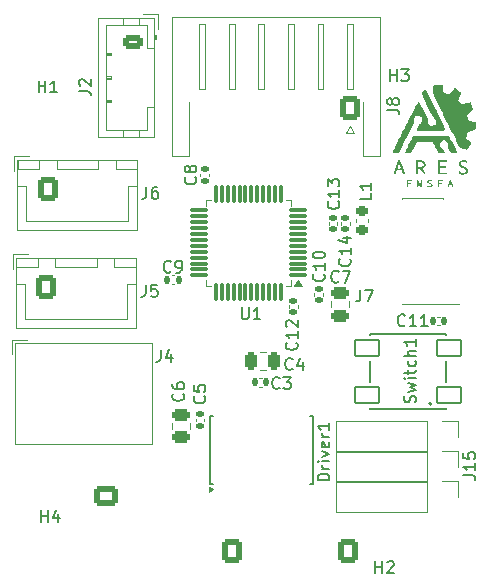
<source format=gto>
G04 #@! TF.GenerationSoftware,KiCad,Pcbnew,9.0.0*
G04 #@! TF.CreationDate,2025-04-11T10:19:01+02:00*
G04 #@! TF.ProjectId,Janus_finalV,4a616e75-735f-4666-996e-616c562e6b69,rev?*
G04 #@! TF.SameCoordinates,Original*
G04 #@! TF.FileFunction,Legend,Top*
G04 #@! TF.FilePolarity,Positive*
%FSLAX46Y46*%
G04 Gerber Fmt 4.6, Leading zero omitted, Abs format (unit mm)*
G04 Created by KiCad (PCBNEW 9.0.0) date 2025-04-11 10:19:01*
%MOMM*%
%LPD*%
G01*
G04 APERTURE LIST*
G04 Aperture macros list*
%AMRoundRect*
0 Rectangle with rounded corners*
0 $1 Rounding radius*
0 $2 $3 $4 $5 $6 $7 $8 $9 X,Y pos of 4 corners*
0 Add a 4 corners polygon primitive as box body*
4,1,4,$2,$3,$4,$5,$6,$7,$8,$9,$2,$3,0*
0 Add four circle primitives for the rounded corners*
1,1,$1+$1,$2,$3*
1,1,$1+$1,$4,$5*
1,1,$1+$1,$6,$7*
1,1,$1+$1,$8,$9*
0 Add four rect primitives between the rounded corners*
20,1,$1+$1,$2,$3,$4,$5,0*
20,1,$1+$1,$4,$5,$6,$7,0*
20,1,$1+$1,$6,$7,$8,$9,0*
20,1,$1+$1,$8,$9,$2,$3,0*%
G04 Aperture macros list end*
%ADD10C,0.150000*%
%ADD11C,0.120000*%
%ADD12C,0.200000*%
%ADD13C,0.000000*%
%ADD14R,1.700000X1.700000*%
%ADD15O,1.700000X1.700000*%
%ADD16C,5.400000*%
%ADD17RoundRect,0.140000X-0.140000X-0.170000X0.140000X-0.170000X0.140000X0.170000X-0.140000X0.170000X0*%
%ADD18R,2.400000X0.740000*%
%ADD19RoundRect,0.250000X-0.625000X0.350000X-0.625000X-0.350000X0.625000X-0.350000X0.625000X0.350000X0*%
%ADD20O,1.750000X1.200000*%
%ADD21RoundRect,0.102000X1.000000X0.700000X-1.000000X0.700000X-1.000000X-0.700000X1.000000X-0.700000X0*%
%ADD22RoundRect,0.218750X0.256250X-0.218750X0.256250X0.218750X-0.256250X0.218750X-0.256250X-0.218750X0*%
%ADD23R,1.700000X2.500000*%
%ADD24O,1.700000X2.500000*%
%ADD25RoundRect,0.140000X-0.170000X0.140000X-0.170000X-0.140000X0.170000X-0.140000X0.170000X0.140000X0*%
%ADD26RoundRect,0.250000X-0.250000X-0.475000X0.250000X-0.475000X0.250000X0.475000X-0.250000X0.475000X0*%
%ADD27R,0.450000X1.750000*%
%ADD28RoundRect,0.250000X-0.600000X-0.725000X0.600000X-0.725000X0.600000X0.725000X-0.600000X0.725000X0*%
%ADD29O,1.700000X1.950000*%
%ADD30RoundRect,0.140000X0.170000X-0.140000X0.170000X0.140000X-0.170000X0.140000X-0.170000X-0.140000X0*%
%ADD31RoundRect,0.250000X-0.475000X0.250000X-0.475000X-0.250000X0.475000X-0.250000X0.475000X0.250000X0*%
%ADD32RoundRect,0.140000X0.140000X0.170000X-0.140000X0.170000X-0.140000X-0.170000X0.140000X-0.170000X0*%
%ADD33RoundRect,0.075000X0.662500X0.075000X-0.662500X0.075000X-0.662500X-0.075000X0.662500X-0.075000X0*%
%ADD34RoundRect,0.075000X0.075000X0.662500X-0.075000X0.662500X-0.075000X-0.662500X0.075000X-0.662500X0*%
%ADD35RoundRect,0.250000X0.600000X0.725000X-0.600000X0.725000X-0.600000X-0.725000X0.600000X-0.725000X0*%
%ADD36RoundRect,0.250000X0.600000X0.750000X-0.600000X0.750000X-0.600000X-0.750000X0.600000X-0.750000X0*%
%ADD37O,1.700000X2.000000*%
%ADD38RoundRect,0.250000X0.750000X-0.600000X0.750000X0.600000X-0.750000X0.600000X-0.750000X-0.600000X0*%
%ADD39O,2.000000X1.700000*%
G04 APERTURE END LIST*
D10*
X142038095Y-86554819D02*
X142038095Y-85554819D01*
X142038095Y-86031009D02*
X142609523Y-86031009D01*
X142609523Y-86554819D02*
X142609523Y-85554819D01*
X143038095Y-85650057D02*
X143085714Y-85602438D01*
X143085714Y-85602438D02*
X143180952Y-85554819D01*
X143180952Y-85554819D02*
X143419047Y-85554819D01*
X143419047Y-85554819D02*
X143514285Y-85602438D01*
X143514285Y-85602438D02*
X143561904Y-85650057D01*
X143561904Y-85650057D02*
X143609523Y-85745295D01*
X143609523Y-85745295D02*
X143609523Y-85840533D01*
X143609523Y-85840533D02*
X143561904Y-85983390D01*
X143561904Y-85983390D02*
X142990476Y-86554819D01*
X142990476Y-86554819D02*
X143609523Y-86554819D01*
X144557142Y-65559580D02*
X144509523Y-65607200D01*
X144509523Y-65607200D02*
X144366666Y-65654819D01*
X144366666Y-65654819D02*
X144271428Y-65654819D01*
X144271428Y-65654819D02*
X144128571Y-65607200D01*
X144128571Y-65607200D02*
X144033333Y-65511961D01*
X144033333Y-65511961D02*
X143985714Y-65416723D01*
X143985714Y-65416723D02*
X143938095Y-65226247D01*
X143938095Y-65226247D02*
X143938095Y-65083390D01*
X143938095Y-65083390D02*
X143985714Y-64892914D01*
X143985714Y-64892914D02*
X144033333Y-64797676D01*
X144033333Y-64797676D02*
X144128571Y-64702438D01*
X144128571Y-64702438D02*
X144271428Y-64654819D01*
X144271428Y-64654819D02*
X144366666Y-64654819D01*
X144366666Y-64654819D02*
X144509523Y-64702438D01*
X144509523Y-64702438D02*
X144557142Y-64750057D01*
X145509523Y-65654819D02*
X144938095Y-65654819D01*
X145223809Y-65654819D02*
X145223809Y-64654819D01*
X145223809Y-64654819D02*
X145128571Y-64797676D01*
X145128571Y-64797676D02*
X145033333Y-64892914D01*
X145033333Y-64892914D02*
X144938095Y-64940533D01*
X146461904Y-65654819D02*
X145890476Y-65654819D01*
X146176190Y-65654819D02*
X146176190Y-64654819D01*
X146176190Y-64654819D02*
X146080952Y-64797676D01*
X146080952Y-64797676D02*
X145985714Y-64892914D01*
X145985714Y-64892914D02*
X145890476Y-64940533D01*
X140766666Y-62554819D02*
X140766666Y-63269104D01*
X140766666Y-63269104D02*
X140719047Y-63411961D01*
X140719047Y-63411961D02*
X140623809Y-63507200D01*
X140623809Y-63507200D02*
X140480952Y-63554819D01*
X140480952Y-63554819D02*
X140385714Y-63554819D01*
X141147619Y-62554819D02*
X141814285Y-62554819D01*
X141814285Y-62554819D02*
X141385714Y-63554819D01*
X116954819Y-45733333D02*
X117669104Y-45733333D01*
X117669104Y-45733333D02*
X117811961Y-45780952D01*
X117811961Y-45780952D02*
X117907200Y-45876190D01*
X117907200Y-45876190D02*
X117954819Y-46019047D01*
X117954819Y-46019047D02*
X117954819Y-46114285D01*
X117050057Y-45304761D02*
X117002438Y-45257142D01*
X117002438Y-45257142D02*
X116954819Y-45161904D01*
X116954819Y-45161904D02*
X116954819Y-44923809D01*
X116954819Y-44923809D02*
X117002438Y-44828571D01*
X117002438Y-44828571D02*
X117050057Y-44780952D01*
X117050057Y-44780952D02*
X117145295Y-44733333D01*
X117145295Y-44733333D02*
X117240533Y-44733333D01*
X117240533Y-44733333D02*
X117383390Y-44780952D01*
X117383390Y-44780952D02*
X117954819Y-45352380D01*
X117954819Y-45352380D02*
X117954819Y-44733333D01*
X149504819Y-78259523D02*
X150219104Y-78259523D01*
X150219104Y-78259523D02*
X150361961Y-78307142D01*
X150361961Y-78307142D02*
X150457200Y-78402380D01*
X150457200Y-78402380D02*
X150504819Y-78545237D01*
X150504819Y-78545237D02*
X150504819Y-78640475D01*
X150504819Y-77259523D02*
X150504819Y-77830951D01*
X150504819Y-77545237D02*
X149504819Y-77545237D01*
X149504819Y-77545237D02*
X149647676Y-77640475D01*
X149647676Y-77640475D02*
X149742914Y-77735713D01*
X149742914Y-77735713D02*
X149790533Y-77830951D01*
X149504819Y-76354761D02*
X149504819Y-76830951D01*
X149504819Y-76830951D02*
X149981009Y-76878570D01*
X149981009Y-76878570D02*
X149933390Y-76830951D01*
X149933390Y-76830951D02*
X149885771Y-76735713D01*
X149885771Y-76735713D02*
X149885771Y-76497618D01*
X149885771Y-76497618D02*
X149933390Y-76402380D01*
X149933390Y-76402380D02*
X149981009Y-76354761D01*
X149981009Y-76354761D02*
X150076247Y-76307142D01*
X150076247Y-76307142D02*
X150314342Y-76307142D01*
X150314342Y-76307142D02*
X150409580Y-76354761D01*
X150409580Y-76354761D02*
X150457200Y-76402380D01*
X150457200Y-76402380D02*
X150504819Y-76497618D01*
X150504819Y-76497618D02*
X150504819Y-76735713D01*
X150504819Y-76735713D02*
X150457200Y-76830951D01*
X150457200Y-76830951D02*
X150409580Y-76878570D01*
X145427200Y-72110475D02*
X145474819Y-71967618D01*
X145474819Y-71967618D02*
X145474819Y-71729523D01*
X145474819Y-71729523D02*
X145427200Y-71634285D01*
X145427200Y-71634285D02*
X145379580Y-71586666D01*
X145379580Y-71586666D02*
X145284342Y-71539047D01*
X145284342Y-71539047D02*
X145189104Y-71539047D01*
X145189104Y-71539047D02*
X145093866Y-71586666D01*
X145093866Y-71586666D02*
X145046247Y-71634285D01*
X145046247Y-71634285D02*
X144998628Y-71729523D01*
X144998628Y-71729523D02*
X144951009Y-71919999D01*
X144951009Y-71919999D02*
X144903390Y-72015237D01*
X144903390Y-72015237D02*
X144855771Y-72062856D01*
X144855771Y-72062856D02*
X144760533Y-72110475D01*
X144760533Y-72110475D02*
X144665295Y-72110475D01*
X144665295Y-72110475D02*
X144570057Y-72062856D01*
X144570057Y-72062856D02*
X144522438Y-72015237D01*
X144522438Y-72015237D02*
X144474819Y-71919999D01*
X144474819Y-71919999D02*
X144474819Y-71681904D01*
X144474819Y-71681904D02*
X144522438Y-71539047D01*
X144808152Y-71205713D02*
X145474819Y-71015237D01*
X145474819Y-71015237D02*
X144998628Y-70824761D01*
X144998628Y-70824761D02*
X145474819Y-70634285D01*
X145474819Y-70634285D02*
X144808152Y-70443809D01*
X145474819Y-70062856D02*
X144808152Y-70062856D01*
X144474819Y-70062856D02*
X144522438Y-70110475D01*
X144522438Y-70110475D02*
X144570057Y-70062856D01*
X144570057Y-70062856D02*
X144522438Y-70015237D01*
X144522438Y-70015237D02*
X144474819Y-70062856D01*
X144474819Y-70062856D02*
X144570057Y-70062856D01*
X144808152Y-69729523D02*
X144808152Y-69348571D01*
X144474819Y-69586666D02*
X145331961Y-69586666D01*
X145331961Y-69586666D02*
X145427200Y-69539047D01*
X145427200Y-69539047D02*
X145474819Y-69443809D01*
X145474819Y-69443809D02*
X145474819Y-69348571D01*
X145427200Y-68586666D02*
X145474819Y-68681904D01*
X145474819Y-68681904D02*
X145474819Y-68872380D01*
X145474819Y-68872380D02*
X145427200Y-68967618D01*
X145427200Y-68967618D02*
X145379580Y-69015237D01*
X145379580Y-69015237D02*
X145284342Y-69062856D01*
X145284342Y-69062856D02*
X144998628Y-69062856D01*
X144998628Y-69062856D02*
X144903390Y-69015237D01*
X144903390Y-69015237D02*
X144855771Y-68967618D01*
X144855771Y-68967618D02*
X144808152Y-68872380D01*
X144808152Y-68872380D02*
X144808152Y-68681904D01*
X144808152Y-68681904D02*
X144855771Y-68586666D01*
X145474819Y-68158094D02*
X144474819Y-68158094D01*
X145474819Y-67729523D02*
X144951009Y-67729523D01*
X144951009Y-67729523D02*
X144855771Y-67777142D01*
X144855771Y-67777142D02*
X144808152Y-67872380D01*
X144808152Y-67872380D02*
X144808152Y-68015237D01*
X144808152Y-68015237D02*
X144855771Y-68110475D01*
X144855771Y-68110475D02*
X144903390Y-68158094D01*
X145474819Y-66729523D02*
X145474819Y-67300951D01*
X145474819Y-67015237D02*
X144474819Y-67015237D01*
X144474819Y-67015237D02*
X144617676Y-67110475D01*
X144617676Y-67110475D02*
X144712914Y-67205713D01*
X144712914Y-67205713D02*
X144760533Y-67300951D01*
X141704819Y-54366666D02*
X141704819Y-54842856D01*
X141704819Y-54842856D02*
X140704819Y-54842856D01*
X141704819Y-53509523D02*
X141704819Y-54080951D01*
X141704819Y-53795237D02*
X140704819Y-53795237D01*
X140704819Y-53795237D02*
X140847676Y-53890475D01*
X140847676Y-53890475D02*
X140942914Y-53985713D01*
X140942914Y-53985713D02*
X140990533Y-54080951D01*
X123866666Y-67654819D02*
X123866666Y-68369104D01*
X123866666Y-68369104D02*
X123819047Y-68511961D01*
X123819047Y-68511961D02*
X123723809Y-68607200D01*
X123723809Y-68607200D02*
X123580952Y-68654819D01*
X123580952Y-68654819D02*
X123485714Y-68654819D01*
X124771428Y-67988152D02*
X124771428Y-68654819D01*
X124533333Y-67607200D02*
X124295238Y-68321485D01*
X124295238Y-68321485D02*
X124914285Y-68321485D01*
X137659580Y-61242857D02*
X137707200Y-61290476D01*
X137707200Y-61290476D02*
X137754819Y-61433333D01*
X137754819Y-61433333D02*
X137754819Y-61528571D01*
X137754819Y-61528571D02*
X137707200Y-61671428D01*
X137707200Y-61671428D02*
X137611961Y-61766666D01*
X137611961Y-61766666D02*
X137516723Y-61814285D01*
X137516723Y-61814285D02*
X137326247Y-61861904D01*
X137326247Y-61861904D02*
X137183390Y-61861904D01*
X137183390Y-61861904D02*
X136992914Y-61814285D01*
X136992914Y-61814285D02*
X136897676Y-61766666D01*
X136897676Y-61766666D02*
X136802438Y-61671428D01*
X136802438Y-61671428D02*
X136754819Y-61528571D01*
X136754819Y-61528571D02*
X136754819Y-61433333D01*
X136754819Y-61433333D02*
X136802438Y-61290476D01*
X136802438Y-61290476D02*
X136850057Y-61242857D01*
X137754819Y-60290476D02*
X137754819Y-60861904D01*
X137754819Y-60576190D02*
X136754819Y-60576190D01*
X136754819Y-60576190D02*
X136897676Y-60671428D01*
X136897676Y-60671428D02*
X136992914Y-60766666D01*
X136992914Y-60766666D02*
X137040533Y-60861904D01*
X136754819Y-59671428D02*
X136754819Y-59576190D01*
X136754819Y-59576190D02*
X136802438Y-59480952D01*
X136802438Y-59480952D02*
X136850057Y-59433333D01*
X136850057Y-59433333D02*
X136945295Y-59385714D01*
X136945295Y-59385714D02*
X137135771Y-59338095D01*
X137135771Y-59338095D02*
X137373866Y-59338095D01*
X137373866Y-59338095D02*
X137564342Y-59385714D01*
X137564342Y-59385714D02*
X137659580Y-59433333D01*
X137659580Y-59433333D02*
X137707200Y-59480952D01*
X137707200Y-59480952D02*
X137754819Y-59576190D01*
X137754819Y-59576190D02*
X137754819Y-59671428D01*
X137754819Y-59671428D02*
X137707200Y-59766666D01*
X137707200Y-59766666D02*
X137659580Y-59814285D01*
X137659580Y-59814285D02*
X137564342Y-59861904D01*
X137564342Y-59861904D02*
X137373866Y-59909523D01*
X137373866Y-59909523D02*
X137135771Y-59909523D01*
X137135771Y-59909523D02*
X136945295Y-59861904D01*
X136945295Y-59861904D02*
X136850057Y-59814285D01*
X136850057Y-59814285D02*
X136802438Y-59766666D01*
X136802438Y-59766666D02*
X136754819Y-59671428D01*
X113538095Y-45854819D02*
X113538095Y-44854819D01*
X113538095Y-45331009D02*
X114109523Y-45331009D01*
X114109523Y-45854819D02*
X114109523Y-44854819D01*
X115109523Y-45854819D02*
X114538095Y-45854819D01*
X114823809Y-45854819D02*
X114823809Y-44854819D01*
X114823809Y-44854819D02*
X114728571Y-44997676D01*
X114728571Y-44997676D02*
X114633333Y-45092914D01*
X114633333Y-45092914D02*
X114538095Y-45140533D01*
X135359580Y-67042857D02*
X135407200Y-67090476D01*
X135407200Y-67090476D02*
X135454819Y-67233333D01*
X135454819Y-67233333D02*
X135454819Y-67328571D01*
X135454819Y-67328571D02*
X135407200Y-67471428D01*
X135407200Y-67471428D02*
X135311961Y-67566666D01*
X135311961Y-67566666D02*
X135216723Y-67614285D01*
X135216723Y-67614285D02*
X135026247Y-67661904D01*
X135026247Y-67661904D02*
X134883390Y-67661904D01*
X134883390Y-67661904D02*
X134692914Y-67614285D01*
X134692914Y-67614285D02*
X134597676Y-67566666D01*
X134597676Y-67566666D02*
X134502438Y-67471428D01*
X134502438Y-67471428D02*
X134454819Y-67328571D01*
X134454819Y-67328571D02*
X134454819Y-67233333D01*
X134454819Y-67233333D02*
X134502438Y-67090476D01*
X134502438Y-67090476D02*
X134550057Y-67042857D01*
X135454819Y-66090476D02*
X135454819Y-66661904D01*
X135454819Y-66376190D02*
X134454819Y-66376190D01*
X134454819Y-66376190D02*
X134597676Y-66471428D01*
X134597676Y-66471428D02*
X134692914Y-66566666D01*
X134692914Y-66566666D02*
X134740533Y-66661904D01*
X134550057Y-65709523D02*
X134502438Y-65661904D01*
X134502438Y-65661904D02*
X134454819Y-65566666D01*
X134454819Y-65566666D02*
X134454819Y-65328571D01*
X134454819Y-65328571D02*
X134502438Y-65233333D01*
X134502438Y-65233333D02*
X134550057Y-65185714D01*
X134550057Y-65185714D02*
X134645295Y-65138095D01*
X134645295Y-65138095D02*
X134740533Y-65138095D01*
X134740533Y-65138095D02*
X134883390Y-65185714D01*
X134883390Y-65185714D02*
X135454819Y-65757142D01*
X135454819Y-65757142D02*
X135454819Y-65138095D01*
X135033333Y-69259580D02*
X134985714Y-69307200D01*
X134985714Y-69307200D02*
X134842857Y-69354819D01*
X134842857Y-69354819D02*
X134747619Y-69354819D01*
X134747619Y-69354819D02*
X134604762Y-69307200D01*
X134604762Y-69307200D02*
X134509524Y-69211961D01*
X134509524Y-69211961D02*
X134461905Y-69116723D01*
X134461905Y-69116723D02*
X134414286Y-68926247D01*
X134414286Y-68926247D02*
X134414286Y-68783390D01*
X134414286Y-68783390D02*
X134461905Y-68592914D01*
X134461905Y-68592914D02*
X134509524Y-68497676D01*
X134509524Y-68497676D02*
X134604762Y-68402438D01*
X134604762Y-68402438D02*
X134747619Y-68354819D01*
X134747619Y-68354819D02*
X134842857Y-68354819D01*
X134842857Y-68354819D02*
X134985714Y-68402438D01*
X134985714Y-68402438D02*
X135033333Y-68450057D01*
X135890476Y-68688152D02*
X135890476Y-69354819D01*
X135652381Y-68307200D02*
X135414286Y-69021485D01*
X135414286Y-69021485D02*
X136033333Y-69021485D01*
X138154819Y-78704761D02*
X137154819Y-78704761D01*
X137154819Y-78704761D02*
X137154819Y-78466666D01*
X137154819Y-78466666D02*
X137202438Y-78323809D01*
X137202438Y-78323809D02*
X137297676Y-78228571D01*
X137297676Y-78228571D02*
X137392914Y-78180952D01*
X137392914Y-78180952D02*
X137583390Y-78133333D01*
X137583390Y-78133333D02*
X137726247Y-78133333D01*
X137726247Y-78133333D02*
X137916723Y-78180952D01*
X137916723Y-78180952D02*
X138011961Y-78228571D01*
X138011961Y-78228571D02*
X138107200Y-78323809D01*
X138107200Y-78323809D02*
X138154819Y-78466666D01*
X138154819Y-78466666D02*
X138154819Y-78704761D01*
X138154819Y-77704761D02*
X137488152Y-77704761D01*
X137678628Y-77704761D02*
X137583390Y-77657142D01*
X137583390Y-77657142D02*
X137535771Y-77609523D01*
X137535771Y-77609523D02*
X137488152Y-77514285D01*
X137488152Y-77514285D02*
X137488152Y-77419047D01*
X138154819Y-77085713D02*
X137488152Y-77085713D01*
X137154819Y-77085713D02*
X137202438Y-77133332D01*
X137202438Y-77133332D02*
X137250057Y-77085713D01*
X137250057Y-77085713D02*
X137202438Y-77038094D01*
X137202438Y-77038094D02*
X137154819Y-77085713D01*
X137154819Y-77085713D02*
X137250057Y-77085713D01*
X137488152Y-76704761D02*
X138154819Y-76466666D01*
X138154819Y-76466666D02*
X137488152Y-76228571D01*
X138107200Y-75466666D02*
X138154819Y-75561904D01*
X138154819Y-75561904D02*
X138154819Y-75752380D01*
X138154819Y-75752380D02*
X138107200Y-75847618D01*
X138107200Y-75847618D02*
X138011961Y-75895237D01*
X138011961Y-75895237D02*
X137631009Y-75895237D01*
X137631009Y-75895237D02*
X137535771Y-75847618D01*
X137535771Y-75847618D02*
X137488152Y-75752380D01*
X137488152Y-75752380D02*
X137488152Y-75561904D01*
X137488152Y-75561904D02*
X137535771Y-75466666D01*
X137535771Y-75466666D02*
X137631009Y-75419047D01*
X137631009Y-75419047D02*
X137726247Y-75419047D01*
X137726247Y-75419047D02*
X137821485Y-75895237D01*
X138154819Y-74990475D02*
X137488152Y-74990475D01*
X137678628Y-74990475D02*
X137583390Y-74942856D01*
X137583390Y-74942856D02*
X137535771Y-74895237D01*
X137535771Y-74895237D02*
X137488152Y-74799999D01*
X137488152Y-74799999D02*
X137488152Y-74704761D01*
X138154819Y-73847618D02*
X138154819Y-74419046D01*
X138154819Y-74133332D02*
X137154819Y-74133332D01*
X137154819Y-74133332D02*
X137297676Y-74228570D01*
X137297676Y-74228570D02*
X137392914Y-74323808D01*
X137392914Y-74323808D02*
X137440533Y-74419046D01*
X122616666Y-62154819D02*
X122616666Y-62869104D01*
X122616666Y-62869104D02*
X122569047Y-63011961D01*
X122569047Y-63011961D02*
X122473809Y-63107200D01*
X122473809Y-63107200D02*
X122330952Y-63154819D01*
X122330952Y-63154819D02*
X122235714Y-63154819D01*
X123569047Y-62154819D02*
X123092857Y-62154819D01*
X123092857Y-62154819D02*
X123045238Y-62631009D01*
X123045238Y-62631009D02*
X123092857Y-62583390D01*
X123092857Y-62583390D02*
X123188095Y-62535771D01*
X123188095Y-62535771D02*
X123426190Y-62535771D01*
X123426190Y-62535771D02*
X123521428Y-62583390D01*
X123521428Y-62583390D02*
X123569047Y-62631009D01*
X123569047Y-62631009D02*
X123616666Y-62726247D01*
X123616666Y-62726247D02*
X123616666Y-62964342D01*
X123616666Y-62964342D02*
X123569047Y-63059580D01*
X123569047Y-63059580D02*
X123521428Y-63107200D01*
X123521428Y-63107200D02*
X123426190Y-63154819D01*
X123426190Y-63154819D02*
X123188095Y-63154819D01*
X123188095Y-63154819D02*
X123092857Y-63107200D01*
X123092857Y-63107200D02*
X123045238Y-63059580D01*
X139859580Y-59952857D02*
X139907200Y-60000476D01*
X139907200Y-60000476D02*
X139954819Y-60143333D01*
X139954819Y-60143333D02*
X139954819Y-60238571D01*
X139954819Y-60238571D02*
X139907200Y-60381428D01*
X139907200Y-60381428D02*
X139811961Y-60476666D01*
X139811961Y-60476666D02*
X139716723Y-60524285D01*
X139716723Y-60524285D02*
X139526247Y-60571904D01*
X139526247Y-60571904D02*
X139383390Y-60571904D01*
X139383390Y-60571904D02*
X139192914Y-60524285D01*
X139192914Y-60524285D02*
X139097676Y-60476666D01*
X139097676Y-60476666D02*
X139002438Y-60381428D01*
X139002438Y-60381428D02*
X138954819Y-60238571D01*
X138954819Y-60238571D02*
X138954819Y-60143333D01*
X138954819Y-60143333D02*
X139002438Y-60000476D01*
X139002438Y-60000476D02*
X139050057Y-59952857D01*
X139954819Y-59000476D02*
X139954819Y-59571904D01*
X139954819Y-59286190D02*
X138954819Y-59286190D01*
X138954819Y-59286190D02*
X139097676Y-59381428D01*
X139097676Y-59381428D02*
X139192914Y-59476666D01*
X139192914Y-59476666D02*
X139240533Y-59571904D01*
X139288152Y-58143333D02*
X139954819Y-58143333D01*
X138907200Y-58381428D02*
X139621485Y-58619523D01*
X139621485Y-58619523D02*
X139621485Y-58000476D01*
X122666666Y-53854819D02*
X122666666Y-54569104D01*
X122666666Y-54569104D02*
X122619047Y-54711961D01*
X122619047Y-54711961D02*
X122523809Y-54807200D01*
X122523809Y-54807200D02*
X122380952Y-54854819D01*
X122380952Y-54854819D02*
X122285714Y-54854819D01*
X123571428Y-53854819D02*
X123380952Y-53854819D01*
X123380952Y-53854819D02*
X123285714Y-53902438D01*
X123285714Y-53902438D02*
X123238095Y-53950057D01*
X123238095Y-53950057D02*
X123142857Y-54092914D01*
X123142857Y-54092914D02*
X123095238Y-54283390D01*
X123095238Y-54283390D02*
X123095238Y-54664342D01*
X123095238Y-54664342D02*
X123142857Y-54759580D01*
X123142857Y-54759580D02*
X123190476Y-54807200D01*
X123190476Y-54807200D02*
X123285714Y-54854819D01*
X123285714Y-54854819D02*
X123476190Y-54854819D01*
X123476190Y-54854819D02*
X123571428Y-54807200D01*
X123571428Y-54807200D02*
X123619047Y-54759580D01*
X123619047Y-54759580D02*
X123666666Y-54664342D01*
X123666666Y-54664342D02*
X123666666Y-54426247D01*
X123666666Y-54426247D02*
X123619047Y-54331009D01*
X123619047Y-54331009D02*
X123571428Y-54283390D01*
X123571428Y-54283390D02*
X123476190Y-54235771D01*
X123476190Y-54235771D02*
X123285714Y-54235771D01*
X123285714Y-54235771D02*
X123190476Y-54283390D01*
X123190476Y-54283390D02*
X123142857Y-54331009D01*
X123142857Y-54331009D02*
X123095238Y-54426247D01*
X127559580Y-71566666D02*
X127607200Y-71614285D01*
X127607200Y-71614285D02*
X127654819Y-71757142D01*
X127654819Y-71757142D02*
X127654819Y-71852380D01*
X127654819Y-71852380D02*
X127607200Y-71995237D01*
X127607200Y-71995237D02*
X127511961Y-72090475D01*
X127511961Y-72090475D02*
X127416723Y-72138094D01*
X127416723Y-72138094D02*
X127226247Y-72185713D01*
X127226247Y-72185713D02*
X127083390Y-72185713D01*
X127083390Y-72185713D02*
X126892914Y-72138094D01*
X126892914Y-72138094D02*
X126797676Y-72090475D01*
X126797676Y-72090475D02*
X126702438Y-71995237D01*
X126702438Y-71995237D02*
X126654819Y-71852380D01*
X126654819Y-71852380D02*
X126654819Y-71757142D01*
X126654819Y-71757142D02*
X126702438Y-71614285D01*
X126702438Y-71614285D02*
X126750057Y-71566666D01*
X126654819Y-70661904D02*
X126654819Y-71138094D01*
X126654819Y-71138094D02*
X127131009Y-71185713D01*
X127131009Y-71185713D02*
X127083390Y-71138094D01*
X127083390Y-71138094D02*
X127035771Y-71042856D01*
X127035771Y-71042856D02*
X127035771Y-70804761D01*
X127035771Y-70804761D02*
X127083390Y-70709523D01*
X127083390Y-70709523D02*
X127131009Y-70661904D01*
X127131009Y-70661904D02*
X127226247Y-70614285D01*
X127226247Y-70614285D02*
X127464342Y-70614285D01*
X127464342Y-70614285D02*
X127559580Y-70661904D01*
X127559580Y-70661904D02*
X127607200Y-70709523D01*
X127607200Y-70709523D02*
X127654819Y-70804761D01*
X127654819Y-70804761D02*
X127654819Y-71042856D01*
X127654819Y-71042856D02*
X127607200Y-71138094D01*
X127607200Y-71138094D02*
X127559580Y-71185713D01*
X133933333Y-70859580D02*
X133885714Y-70907200D01*
X133885714Y-70907200D02*
X133742857Y-70954819D01*
X133742857Y-70954819D02*
X133647619Y-70954819D01*
X133647619Y-70954819D02*
X133504762Y-70907200D01*
X133504762Y-70907200D02*
X133409524Y-70811961D01*
X133409524Y-70811961D02*
X133361905Y-70716723D01*
X133361905Y-70716723D02*
X133314286Y-70526247D01*
X133314286Y-70526247D02*
X133314286Y-70383390D01*
X133314286Y-70383390D02*
X133361905Y-70192914D01*
X133361905Y-70192914D02*
X133409524Y-70097676D01*
X133409524Y-70097676D02*
X133504762Y-70002438D01*
X133504762Y-70002438D02*
X133647619Y-69954819D01*
X133647619Y-69954819D02*
X133742857Y-69954819D01*
X133742857Y-69954819D02*
X133885714Y-70002438D01*
X133885714Y-70002438D02*
X133933333Y-70050057D01*
X134266667Y-69954819D02*
X134885714Y-69954819D01*
X134885714Y-69954819D02*
X134552381Y-70335771D01*
X134552381Y-70335771D02*
X134695238Y-70335771D01*
X134695238Y-70335771D02*
X134790476Y-70383390D01*
X134790476Y-70383390D02*
X134838095Y-70431009D01*
X134838095Y-70431009D02*
X134885714Y-70526247D01*
X134885714Y-70526247D02*
X134885714Y-70764342D01*
X134885714Y-70764342D02*
X134838095Y-70859580D01*
X134838095Y-70859580D02*
X134790476Y-70907200D01*
X134790476Y-70907200D02*
X134695238Y-70954819D01*
X134695238Y-70954819D02*
X134409524Y-70954819D01*
X134409524Y-70954819D02*
X134314286Y-70907200D01*
X134314286Y-70907200D02*
X134266667Y-70859580D01*
X143288095Y-44904819D02*
X143288095Y-43904819D01*
X143288095Y-44381009D02*
X143859523Y-44381009D01*
X143859523Y-44904819D02*
X143859523Y-43904819D01*
X144240476Y-43904819D02*
X144859523Y-43904819D01*
X144859523Y-43904819D02*
X144526190Y-44285771D01*
X144526190Y-44285771D02*
X144669047Y-44285771D01*
X144669047Y-44285771D02*
X144764285Y-44333390D01*
X144764285Y-44333390D02*
X144811904Y-44381009D01*
X144811904Y-44381009D02*
X144859523Y-44476247D01*
X144859523Y-44476247D02*
X144859523Y-44714342D01*
X144859523Y-44714342D02*
X144811904Y-44809580D01*
X144811904Y-44809580D02*
X144764285Y-44857200D01*
X144764285Y-44857200D02*
X144669047Y-44904819D01*
X144669047Y-44904819D02*
X144383333Y-44904819D01*
X144383333Y-44904819D02*
X144288095Y-44857200D01*
X144288095Y-44857200D02*
X144240476Y-44809580D01*
X126799580Y-53016666D02*
X126847200Y-53064285D01*
X126847200Y-53064285D02*
X126894819Y-53207142D01*
X126894819Y-53207142D02*
X126894819Y-53302380D01*
X126894819Y-53302380D02*
X126847200Y-53445237D01*
X126847200Y-53445237D02*
X126751961Y-53540475D01*
X126751961Y-53540475D02*
X126656723Y-53588094D01*
X126656723Y-53588094D02*
X126466247Y-53635713D01*
X126466247Y-53635713D02*
X126323390Y-53635713D01*
X126323390Y-53635713D02*
X126132914Y-53588094D01*
X126132914Y-53588094D02*
X126037676Y-53540475D01*
X126037676Y-53540475D02*
X125942438Y-53445237D01*
X125942438Y-53445237D02*
X125894819Y-53302380D01*
X125894819Y-53302380D02*
X125894819Y-53207142D01*
X125894819Y-53207142D02*
X125942438Y-53064285D01*
X125942438Y-53064285D02*
X125990057Y-53016666D01*
X126323390Y-52445237D02*
X126275771Y-52540475D01*
X126275771Y-52540475D02*
X126228152Y-52588094D01*
X126228152Y-52588094D02*
X126132914Y-52635713D01*
X126132914Y-52635713D02*
X126085295Y-52635713D01*
X126085295Y-52635713D02*
X125990057Y-52588094D01*
X125990057Y-52588094D02*
X125942438Y-52540475D01*
X125942438Y-52540475D02*
X125894819Y-52445237D01*
X125894819Y-52445237D02*
X125894819Y-52254761D01*
X125894819Y-52254761D02*
X125942438Y-52159523D01*
X125942438Y-52159523D02*
X125990057Y-52111904D01*
X125990057Y-52111904D02*
X126085295Y-52064285D01*
X126085295Y-52064285D02*
X126132914Y-52064285D01*
X126132914Y-52064285D02*
X126228152Y-52111904D01*
X126228152Y-52111904D02*
X126275771Y-52159523D01*
X126275771Y-52159523D02*
X126323390Y-52254761D01*
X126323390Y-52254761D02*
X126323390Y-52445237D01*
X126323390Y-52445237D02*
X126371009Y-52540475D01*
X126371009Y-52540475D02*
X126418628Y-52588094D01*
X126418628Y-52588094D02*
X126513866Y-52635713D01*
X126513866Y-52635713D02*
X126704342Y-52635713D01*
X126704342Y-52635713D02*
X126799580Y-52588094D01*
X126799580Y-52588094D02*
X126847200Y-52540475D01*
X126847200Y-52540475D02*
X126894819Y-52445237D01*
X126894819Y-52445237D02*
X126894819Y-52254761D01*
X126894819Y-52254761D02*
X126847200Y-52159523D01*
X126847200Y-52159523D02*
X126799580Y-52111904D01*
X126799580Y-52111904D02*
X126704342Y-52064285D01*
X126704342Y-52064285D02*
X126513866Y-52064285D01*
X126513866Y-52064285D02*
X126418628Y-52111904D01*
X126418628Y-52111904D02*
X126371009Y-52159523D01*
X126371009Y-52159523D02*
X126323390Y-52254761D01*
X125759580Y-71366666D02*
X125807200Y-71414285D01*
X125807200Y-71414285D02*
X125854819Y-71557142D01*
X125854819Y-71557142D02*
X125854819Y-71652380D01*
X125854819Y-71652380D02*
X125807200Y-71795237D01*
X125807200Y-71795237D02*
X125711961Y-71890475D01*
X125711961Y-71890475D02*
X125616723Y-71938094D01*
X125616723Y-71938094D02*
X125426247Y-71985713D01*
X125426247Y-71985713D02*
X125283390Y-71985713D01*
X125283390Y-71985713D02*
X125092914Y-71938094D01*
X125092914Y-71938094D02*
X124997676Y-71890475D01*
X124997676Y-71890475D02*
X124902438Y-71795237D01*
X124902438Y-71795237D02*
X124854819Y-71652380D01*
X124854819Y-71652380D02*
X124854819Y-71557142D01*
X124854819Y-71557142D02*
X124902438Y-71414285D01*
X124902438Y-71414285D02*
X124950057Y-71366666D01*
X124854819Y-70509523D02*
X124854819Y-70699999D01*
X124854819Y-70699999D02*
X124902438Y-70795237D01*
X124902438Y-70795237D02*
X124950057Y-70842856D01*
X124950057Y-70842856D02*
X125092914Y-70938094D01*
X125092914Y-70938094D02*
X125283390Y-70985713D01*
X125283390Y-70985713D02*
X125664342Y-70985713D01*
X125664342Y-70985713D02*
X125759580Y-70938094D01*
X125759580Y-70938094D02*
X125807200Y-70890475D01*
X125807200Y-70890475D02*
X125854819Y-70795237D01*
X125854819Y-70795237D02*
X125854819Y-70604761D01*
X125854819Y-70604761D02*
X125807200Y-70509523D01*
X125807200Y-70509523D02*
X125759580Y-70461904D01*
X125759580Y-70461904D02*
X125664342Y-70414285D01*
X125664342Y-70414285D02*
X125426247Y-70414285D01*
X125426247Y-70414285D02*
X125331009Y-70461904D01*
X125331009Y-70461904D02*
X125283390Y-70509523D01*
X125283390Y-70509523D02*
X125235771Y-70604761D01*
X125235771Y-70604761D02*
X125235771Y-70795237D01*
X125235771Y-70795237D02*
X125283390Y-70890475D01*
X125283390Y-70890475D02*
X125331009Y-70938094D01*
X125331009Y-70938094D02*
X125426247Y-70985713D01*
X124733333Y-61009580D02*
X124685714Y-61057200D01*
X124685714Y-61057200D02*
X124542857Y-61104819D01*
X124542857Y-61104819D02*
X124447619Y-61104819D01*
X124447619Y-61104819D02*
X124304762Y-61057200D01*
X124304762Y-61057200D02*
X124209524Y-60961961D01*
X124209524Y-60961961D02*
X124161905Y-60866723D01*
X124161905Y-60866723D02*
X124114286Y-60676247D01*
X124114286Y-60676247D02*
X124114286Y-60533390D01*
X124114286Y-60533390D02*
X124161905Y-60342914D01*
X124161905Y-60342914D02*
X124209524Y-60247676D01*
X124209524Y-60247676D02*
X124304762Y-60152438D01*
X124304762Y-60152438D02*
X124447619Y-60104819D01*
X124447619Y-60104819D02*
X124542857Y-60104819D01*
X124542857Y-60104819D02*
X124685714Y-60152438D01*
X124685714Y-60152438D02*
X124733333Y-60200057D01*
X125209524Y-61104819D02*
X125400000Y-61104819D01*
X125400000Y-61104819D02*
X125495238Y-61057200D01*
X125495238Y-61057200D02*
X125542857Y-61009580D01*
X125542857Y-61009580D02*
X125638095Y-60866723D01*
X125638095Y-60866723D02*
X125685714Y-60676247D01*
X125685714Y-60676247D02*
X125685714Y-60295295D01*
X125685714Y-60295295D02*
X125638095Y-60200057D01*
X125638095Y-60200057D02*
X125590476Y-60152438D01*
X125590476Y-60152438D02*
X125495238Y-60104819D01*
X125495238Y-60104819D02*
X125304762Y-60104819D01*
X125304762Y-60104819D02*
X125209524Y-60152438D01*
X125209524Y-60152438D02*
X125161905Y-60200057D01*
X125161905Y-60200057D02*
X125114286Y-60295295D01*
X125114286Y-60295295D02*
X125114286Y-60533390D01*
X125114286Y-60533390D02*
X125161905Y-60628628D01*
X125161905Y-60628628D02*
X125209524Y-60676247D01*
X125209524Y-60676247D02*
X125304762Y-60723866D01*
X125304762Y-60723866D02*
X125495238Y-60723866D01*
X125495238Y-60723866D02*
X125590476Y-60676247D01*
X125590476Y-60676247D02*
X125638095Y-60628628D01*
X125638095Y-60628628D02*
X125685714Y-60533390D01*
X130738095Y-64054819D02*
X130738095Y-64864342D01*
X130738095Y-64864342D02*
X130785714Y-64959580D01*
X130785714Y-64959580D02*
X130833333Y-65007200D01*
X130833333Y-65007200D02*
X130928571Y-65054819D01*
X130928571Y-65054819D02*
X131119047Y-65054819D01*
X131119047Y-65054819D02*
X131214285Y-65007200D01*
X131214285Y-65007200D02*
X131261904Y-64959580D01*
X131261904Y-64959580D02*
X131309523Y-64864342D01*
X131309523Y-64864342D02*
X131309523Y-64054819D01*
X132309523Y-65054819D02*
X131738095Y-65054819D01*
X132023809Y-65054819D02*
X132023809Y-64054819D01*
X132023809Y-64054819D02*
X131928571Y-64197676D01*
X131928571Y-64197676D02*
X131833333Y-64292914D01*
X131833333Y-64292914D02*
X131738095Y-64340533D01*
X113738095Y-82254819D02*
X113738095Y-81254819D01*
X113738095Y-81731009D02*
X114309523Y-81731009D01*
X114309523Y-82254819D02*
X114309523Y-81254819D01*
X115214285Y-81588152D02*
X115214285Y-82254819D01*
X114976190Y-81207200D02*
X114738095Y-81921485D01*
X114738095Y-81921485D02*
X115357142Y-81921485D01*
X143054819Y-47333333D02*
X143769104Y-47333333D01*
X143769104Y-47333333D02*
X143911961Y-47380952D01*
X143911961Y-47380952D02*
X144007200Y-47476190D01*
X144007200Y-47476190D02*
X144054819Y-47619047D01*
X144054819Y-47619047D02*
X144054819Y-47714285D01*
X143483390Y-46714285D02*
X143435771Y-46809523D01*
X143435771Y-46809523D02*
X143388152Y-46857142D01*
X143388152Y-46857142D02*
X143292914Y-46904761D01*
X143292914Y-46904761D02*
X143245295Y-46904761D01*
X143245295Y-46904761D02*
X143150057Y-46857142D01*
X143150057Y-46857142D02*
X143102438Y-46809523D01*
X143102438Y-46809523D02*
X143054819Y-46714285D01*
X143054819Y-46714285D02*
X143054819Y-46523809D01*
X143054819Y-46523809D02*
X143102438Y-46428571D01*
X143102438Y-46428571D02*
X143150057Y-46380952D01*
X143150057Y-46380952D02*
X143245295Y-46333333D01*
X143245295Y-46333333D02*
X143292914Y-46333333D01*
X143292914Y-46333333D02*
X143388152Y-46380952D01*
X143388152Y-46380952D02*
X143435771Y-46428571D01*
X143435771Y-46428571D02*
X143483390Y-46523809D01*
X143483390Y-46523809D02*
X143483390Y-46714285D01*
X143483390Y-46714285D02*
X143531009Y-46809523D01*
X143531009Y-46809523D02*
X143578628Y-46857142D01*
X143578628Y-46857142D02*
X143673866Y-46904761D01*
X143673866Y-46904761D02*
X143864342Y-46904761D01*
X143864342Y-46904761D02*
X143959580Y-46857142D01*
X143959580Y-46857142D02*
X144007200Y-46809523D01*
X144007200Y-46809523D02*
X144054819Y-46714285D01*
X144054819Y-46714285D02*
X144054819Y-46523809D01*
X144054819Y-46523809D02*
X144007200Y-46428571D01*
X144007200Y-46428571D02*
X143959580Y-46380952D01*
X143959580Y-46380952D02*
X143864342Y-46333333D01*
X143864342Y-46333333D02*
X143673866Y-46333333D01*
X143673866Y-46333333D02*
X143578628Y-46380952D01*
X143578628Y-46380952D02*
X143531009Y-46428571D01*
X143531009Y-46428571D02*
X143483390Y-46523809D01*
X138909580Y-55092857D02*
X138957200Y-55140476D01*
X138957200Y-55140476D02*
X139004819Y-55283333D01*
X139004819Y-55283333D02*
X139004819Y-55378571D01*
X139004819Y-55378571D02*
X138957200Y-55521428D01*
X138957200Y-55521428D02*
X138861961Y-55616666D01*
X138861961Y-55616666D02*
X138766723Y-55664285D01*
X138766723Y-55664285D02*
X138576247Y-55711904D01*
X138576247Y-55711904D02*
X138433390Y-55711904D01*
X138433390Y-55711904D02*
X138242914Y-55664285D01*
X138242914Y-55664285D02*
X138147676Y-55616666D01*
X138147676Y-55616666D02*
X138052438Y-55521428D01*
X138052438Y-55521428D02*
X138004819Y-55378571D01*
X138004819Y-55378571D02*
X138004819Y-55283333D01*
X138004819Y-55283333D02*
X138052438Y-55140476D01*
X138052438Y-55140476D02*
X138100057Y-55092857D01*
X139004819Y-54140476D02*
X139004819Y-54711904D01*
X139004819Y-54426190D02*
X138004819Y-54426190D01*
X138004819Y-54426190D02*
X138147676Y-54521428D01*
X138147676Y-54521428D02*
X138242914Y-54616666D01*
X138242914Y-54616666D02*
X138290533Y-54711904D01*
X138004819Y-53807142D02*
X138004819Y-53188095D01*
X138004819Y-53188095D02*
X138385771Y-53521428D01*
X138385771Y-53521428D02*
X138385771Y-53378571D01*
X138385771Y-53378571D02*
X138433390Y-53283333D01*
X138433390Y-53283333D02*
X138481009Y-53235714D01*
X138481009Y-53235714D02*
X138576247Y-53188095D01*
X138576247Y-53188095D02*
X138814342Y-53188095D01*
X138814342Y-53188095D02*
X138909580Y-53235714D01*
X138909580Y-53235714D02*
X138957200Y-53283333D01*
X138957200Y-53283333D02*
X139004819Y-53378571D01*
X139004819Y-53378571D02*
X139004819Y-53664285D01*
X139004819Y-53664285D02*
X138957200Y-53759523D01*
X138957200Y-53759523D02*
X138909580Y-53807142D01*
X138933333Y-61859580D02*
X138885714Y-61907200D01*
X138885714Y-61907200D02*
X138742857Y-61954819D01*
X138742857Y-61954819D02*
X138647619Y-61954819D01*
X138647619Y-61954819D02*
X138504762Y-61907200D01*
X138504762Y-61907200D02*
X138409524Y-61811961D01*
X138409524Y-61811961D02*
X138361905Y-61716723D01*
X138361905Y-61716723D02*
X138314286Y-61526247D01*
X138314286Y-61526247D02*
X138314286Y-61383390D01*
X138314286Y-61383390D02*
X138361905Y-61192914D01*
X138361905Y-61192914D02*
X138409524Y-61097676D01*
X138409524Y-61097676D02*
X138504762Y-61002438D01*
X138504762Y-61002438D02*
X138647619Y-60954819D01*
X138647619Y-60954819D02*
X138742857Y-60954819D01*
X138742857Y-60954819D02*
X138885714Y-61002438D01*
X138885714Y-61002438D02*
X138933333Y-61050057D01*
X139266667Y-60954819D02*
X139933333Y-60954819D01*
X139933333Y-60954819D02*
X139504762Y-61954819D01*
D11*
X138750000Y-78750000D02*
X138750000Y-81410000D01*
X146430000Y-78750000D02*
X138750000Y-78750000D01*
X146430000Y-78750000D02*
X146430000Y-81410000D01*
X146430000Y-81410000D02*
X138750000Y-81410000D01*
X147700000Y-78750000D02*
X149030000Y-78750000D01*
X149030000Y-78750000D02*
X149030000Y-80080000D01*
X147292164Y-64840000D02*
X147507836Y-64840000D01*
X147292164Y-65560000D02*
X147507836Y-65560000D01*
X144285000Y-54860000D02*
X144285000Y-54795000D01*
X144285000Y-63805000D02*
X144285000Y-63740000D01*
X147815000Y-54795000D02*
X144285000Y-54795000D01*
X147815000Y-54860000D02*
X147815000Y-54795000D01*
X147815000Y-63805000D02*
X144285000Y-63805000D01*
X147815000Y-63805000D02*
X147815000Y-63740000D01*
X149140000Y-63740000D02*
X147815000Y-63740000D01*
X118590000Y-39540000D02*
X118590000Y-49660000D01*
X118590000Y-49660000D02*
X123310000Y-49660000D01*
X119200000Y-40150000D02*
X119200000Y-49050000D01*
X119200000Y-42500000D02*
X119700000Y-42500000D01*
X119200000Y-42600000D02*
X119700000Y-42600000D01*
X119200000Y-44500000D02*
X119700000Y-44500000D01*
X119200000Y-44600000D02*
X119700000Y-44600000D01*
X119200000Y-46500000D02*
X119700000Y-46500000D01*
X119200000Y-46600000D02*
X119700000Y-46600000D01*
X119200000Y-49050000D02*
X122700000Y-49050000D01*
X119700000Y-42500000D02*
X119700000Y-42700000D01*
X119700000Y-42700000D02*
X119200000Y-42700000D01*
X119700000Y-44500000D02*
X119700000Y-44700000D01*
X119700000Y-44700000D02*
X119200000Y-44700000D01*
X119700000Y-46500000D02*
X119700000Y-46700000D01*
X119700000Y-46700000D02*
X119200000Y-46700000D01*
X120700000Y-39540000D02*
X120700000Y-40150000D01*
X120700000Y-49660000D02*
X120700000Y-49050000D01*
X122000000Y-39540000D02*
X122000000Y-40150000D01*
X122000000Y-49660000D02*
X122000000Y-49050000D01*
X122700000Y-40150000D02*
X119200000Y-40150000D01*
X122700000Y-42100000D02*
X122700000Y-40150000D01*
X122700000Y-47100000D02*
X123310000Y-47100000D01*
X122700000Y-49050000D02*
X122700000Y-47100000D01*
X123310000Y-39540000D02*
X118590000Y-39540000D01*
X123310000Y-41300000D02*
X123510000Y-41300000D01*
X123310000Y-42100000D02*
X122700000Y-42100000D01*
X123310000Y-49660000D02*
X123310000Y-39540000D01*
X123410000Y-41300000D02*
X123410000Y-41000000D01*
X123510000Y-41000000D02*
X123310000Y-41000000D01*
X123510000Y-41300000D02*
X123510000Y-41000000D01*
X123610000Y-39240000D02*
X122360000Y-39240000D01*
X123610000Y-40490000D02*
X123610000Y-39240000D01*
X138750000Y-76210000D02*
X138750000Y-78870000D01*
X146430000Y-76210000D02*
X138750000Y-76210000D01*
X146430000Y-76210000D02*
X146430000Y-78870000D01*
X146430000Y-78870000D02*
X138750000Y-78870000D01*
X147700000Y-76210000D02*
X149030000Y-76210000D01*
X149030000Y-76210000D02*
X149030000Y-77540000D01*
D12*
X141600000Y-66300000D02*
X141600000Y-66400000D01*
X141600000Y-70400000D02*
X141600000Y-68600000D01*
X141600000Y-72700000D02*
X141600000Y-72600000D01*
X148000000Y-66300000D02*
X141600000Y-66300000D01*
X148000000Y-66400000D02*
X148000000Y-66300000D01*
X148000000Y-70400000D02*
X148000000Y-68600000D01*
X148000000Y-72600000D02*
X148000000Y-72700000D01*
X148000000Y-72700000D02*
X141600000Y-72700000D01*
X146800000Y-72200000D02*
G75*
G02*
X146600000Y-72200000I-100000J0D01*
G01*
X146600000Y-72200000D02*
G75*
G02*
X146800000Y-72200000I100000J0D01*
G01*
D11*
X140440000Y-56862779D02*
X140440000Y-56537221D01*
X141460000Y-56862779D02*
X141460000Y-56537221D01*
X111310000Y-66800000D02*
X112550000Y-66800000D01*
X111310000Y-68040000D02*
X111310000Y-66800000D01*
X111550000Y-67040000D02*
X111550000Y-75660000D01*
X111550000Y-67040000D02*
X123170000Y-67040000D01*
X111550000Y-75660000D02*
X123170000Y-75660000D01*
X123170000Y-67040000D02*
X123170000Y-75660000D01*
X136890000Y-62842164D02*
X136890000Y-63057836D01*
X137610000Y-62842164D02*
X137610000Y-63057836D01*
X134740000Y-63892164D02*
X134740000Y-64107836D01*
X135460000Y-63892164D02*
X135460000Y-64107836D01*
X132238748Y-67865000D02*
X132761252Y-67865000D01*
X132238748Y-69335000D02*
X132761252Y-69335000D01*
D10*
X128075000Y-73225000D02*
X128300000Y-73225000D01*
X128075000Y-78975000D02*
X128075000Y-73225000D01*
X128075000Y-78975000D02*
X128300000Y-78975000D01*
X136725000Y-73225000D02*
X136500000Y-73225000D01*
X136725000Y-78975000D02*
X136500000Y-78975000D01*
X136725000Y-78975000D02*
X136725000Y-73225000D01*
D11*
X128325000Y-79475000D02*
X127995000Y-79715000D01*
X127995000Y-79235000D01*
X128325000Y-79475000D01*
G36*
X128325000Y-79475000D02*
G01*
X127995000Y-79715000D01*
X127995000Y-79235000D01*
X128325000Y-79475000D01*
G37*
X111350000Y-59550000D02*
X111350000Y-60800000D01*
X111640000Y-59840000D02*
X111640000Y-65810000D01*
X111640000Y-65810000D02*
X121760000Y-65810000D01*
X111650000Y-59850000D02*
X111650000Y-60600000D01*
X111650000Y-60600000D02*
X113450000Y-60600000D01*
X111650000Y-62100000D02*
X112400000Y-62100000D01*
X112400000Y-62100000D02*
X112400000Y-65050000D01*
X112400000Y-65050000D02*
X116700000Y-65050000D01*
X112600000Y-59550000D02*
X111350000Y-59550000D01*
X113450000Y-59850000D02*
X111650000Y-59850000D01*
X113450000Y-60600000D02*
X113450000Y-59850000D01*
X114950000Y-59850000D02*
X114950000Y-60600000D01*
X114950000Y-60600000D02*
X118450000Y-60600000D01*
X118450000Y-59850000D02*
X114950000Y-59850000D01*
X118450000Y-60600000D02*
X118450000Y-59850000D01*
X119950000Y-59850000D02*
X119950000Y-60600000D01*
X119950000Y-60600000D02*
X121750000Y-60600000D01*
X121000000Y-62100000D02*
X121000000Y-65050000D01*
X121000000Y-65050000D02*
X116700000Y-65050000D01*
X121750000Y-59850000D02*
X119950000Y-59850000D01*
X121750000Y-60600000D02*
X121750000Y-59850000D01*
X121750000Y-62100000D02*
X121000000Y-62100000D01*
X121760000Y-59840000D02*
X111640000Y-59840000D01*
X121760000Y-65810000D02*
X121760000Y-59840000D01*
X139140000Y-56842164D02*
X139140000Y-57057836D01*
X139860000Y-56842164D02*
X139860000Y-57057836D01*
X111450000Y-51250000D02*
X111450000Y-52500000D01*
X111740000Y-51540000D02*
X111740000Y-57510000D01*
X111740000Y-57510000D02*
X121860000Y-57510000D01*
X111750000Y-51550000D02*
X111750000Y-52300000D01*
X111750000Y-52300000D02*
X113550000Y-52300000D01*
X111750000Y-53800000D02*
X112500000Y-53800000D01*
X112500000Y-53800000D02*
X112500000Y-56750000D01*
X112500000Y-56750000D02*
X116800000Y-56750000D01*
X112700000Y-51250000D02*
X111450000Y-51250000D01*
X113550000Y-51550000D02*
X111750000Y-51550000D01*
X113550000Y-52300000D02*
X113550000Y-51550000D01*
X115050000Y-51550000D02*
X115050000Y-52300000D01*
X115050000Y-52300000D02*
X118550000Y-52300000D01*
X118550000Y-51550000D02*
X115050000Y-51550000D01*
X118550000Y-52300000D02*
X118550000Y-51550000D01*
X120050000Y-51550000D02*
X120050000Y-52300000D01*
X120050000Y-52300000D02*
X121850000Y-52300000D01*
X121100000Y-53800000D02*
X121100000Y-56750000D01*
X121100000Y-56750000D02*
X116800000Y-56750000D01*
X121850000Y-51550000D02*
X120050000Y-51550000D01*
X121850000Y-52300000D02*
X121850000Y-51550000D01*
X121850000Y-53800000D02*
X121100000Y-53800000D01*
X121860000Y-51540000D02*
X111740000Y-51540000D01*
X121860000Y-57510000D02*
X121860000Y-51540000D01*
X138750000Y-73670000D02*
X138750000Y-76330000D01*
X146430000Y-73670000D02*
X138750000Y-73670000D01*
X146430000Y-73670000D02*
X146430000Y-76330000D01*
X146430000Y-76330000D02*
X138750000Y-76330000D01*
X147700000Y-73670000D02*
X149030000Y-73670000D01*
X149030000Y-73670000D02*
X149030000Y-75000000D01*
X126840000Y-73492164D02*
X126840000Y-73707836D01*
X127560000Y-73492164D02*
X127560000Y-73707836D01*
X132192164Y-70040000D02*
X132407836Y-70040000D01*
X132192164Y-70760000D02*
X132407836Y-70760000D01*
X127240000Y-52957836D02*
X127240000Y-52742164D01*
X127960000Y-52957836D02*
X127960000Y-52742164D01*
X124865000Y-73838748D02*
X124865000Y-74361252D01*
X126335000Y-73838748D02*
X126335000Y-74361252D01*
D13*
G36*
X148089555Y-51681079D02*
G01*
X148089555Y-51757192D01*
X147795976Y-51757192D01*
X147502397Y-51757192D01*
X147502397Y-51931164D01*
X147502397Y-52105137D01*
X147752483Y-52105137D01*
X148002568Y-52105137D01*
X148002568Y-52181250D01*
X148002568Y-52257363D01*
X147752483Y-52257363D01*
X147502397Y-52257363D01*
X147502397Y-52453082D01*
X147502397Y-52648801D01*
X147806849Y-52648801D01*
X148111301Y-52648801D01*
X148111301Y-52724914D01*
X148111301Y-52801027D01*
X147719863Y-52801027D01*
X147328424Y-52801027D01*
X147328424Y-52202996D01*
X147328424Y-51604966D01*
X147708990Y-51604966D01*
X148089555Y-51604966D01*
X148089555Y-51681079D01*
G37*
G36*
X145023003Y-53236398D02*
G01*
X145083403Y-53238985D01*
X145115971Y-53245625D01*
X145128537Y-53258222D01*
X145128931Y-53278681D01*
X145128096Y-53284889D01*
X145120796Y-53310410D01*
X145101447Y-53325798D01*
X145060385Y-53334300D01*
X144987943Y-53339166D01*
X144963484Y-53340208D01*
X144805822Y-53346597D01*
X144805822Y-53432631D01*
X144805822Y-53518664D01*
X144936301Y-53518664D01*
X145009177Y-53520251D01*
X145048555Y-53527222D01*
X145064382Y-53542893D01*
X145066781Y-53562157D01*
X145062020Y-53586449D01*
X145041106Y-53599575D01*
X144994093Y-53604851D01*
X144936301Y-53605651D01*
X144805822Y-53605651D01*
X144805822Y-53714383D01*
X144805822Y-53823116D01*
X144968921Y-53823116D01*
X145054952Y-53824825D01*
X145105451Y-53831000D01*
X145128283Y-53843214D01*
X145132020Y-53855736D01*
X145124627Y-53871286D01*
X145097585Y-53881126D01*
X145043603Y-53886409D01*
X144955391Y-53888284D01*
X144925428Y-53888356D01*
X144718835Y-53888356D01*
X144718835Y-53562157D01*
X144718835Y-53235959D01*
X144926940Y-53235959D01*
X145023003Y-53236398D01*
G37*
G36*
X147630724Y-53236336D02*
G01*
X147691084Y-53238898D01*
X147724246Y-53245788D01*
X147738354Y-53259151D01*
X147741557Y-53281129D01*
X147741609Y-53290325D01*
X147739371Y-53318729D01*
X147726337Y-53334985D01*
X147693031Y-53342478D01*
X147629975Y-53344593D01*
X147589383Y-53344692D01*
X147437157Y-53344692D01*
X147437157Y-53431678D01*
X147437157Y-53518664D01*
X147567637Y-53518664D01*
X147640512Y-53520251D01*
X147679890Y-53527222D01*
X147695717Y-53542893D01*
X147698116Y-53562157D01*
X147693355Y-53586449D01*
X147672442Y-53599575D01*
X147625429Y-53604851D01*
X147567637Y-53605651D01*
X147437157Y-53605651D01*
X147437157Y-53714383D01*
X147437157Y-53823116D01*
X147600257Y-53823116D01*
X147686287Y-53824825D01*
X147736786Y-53831000D01*
X147759619Y-53843214D01*
X147763356Y-53855736D01*
X147756170Y-53870947D01*
X147729842Y-53880713D01*
X147677219Y-53886107D01*
X147591147Y-53888202D01*
X147545890Y-53888356D01*
X147328424Y-53888356D01*
X147328424Y-53562157D01*
X147328424Y-53235959D01*
X147535017Y-53235959D01*
X147630724Y-53236336D01*
G37*
G36*
X145623779Y-53240928D02*
G01*
X145648805Y-53260075D01*
X145677992Y-53299757D01*
X145716031Y-53366332D01*
X145766762Y-53464484D01*
X145882277Y-53693009D01*
X145888464Y-53463069D01*
X145891615Y-53361103D01*
X145895691Y-53295150D01*
X145902513Y-53257742D01*
X145913901Y-53241408D01*
X145931675Y-53238678D01*
X145942830Y-53239981D01*
X145961499Y-53244312D01*
X145974758Y-53255574D01*
X145983712Y-53280440D01*
X145989465Y-53325588D01*
X145993122Y-53397691D01*
X145995786Y-53503426D01*
X145997028Y-53567594D01*
X146003046Y-53888356D01*
X145942657Y-53888356D01*
X145913817Y-53884720D01*
X145888210Y-53869300D01*
X145860331Y-53835324D01*
X145824670Y-53776022D01*
X145775721Y-53684625D01*
X145773540Y-53680455D01*
X145664811Y-53472554D01*
X145658587Y-53680455D01*
X145655276Y-53776524D01*
X145650757Y-53837229D01*
X145642698Y-53870684D01*
X145628763Y-53885004D01*
X145606620Y-53888302D01*
X145598784Y-53888356D01*
X145545205Y-53888356D01*
X145545205Y-53562157D01*
X145545205Y-53420805D01*
X145632192Y-53420805D01*
X145643065Y-53431678D01*
X145653938Y-53420805D01*
X145643065Y-53409931D01*
X145632192Y-53420805D01*
X145545205Y-53420805D01*
X145545205Y-53235959D01*
X145598226Y-53235959D01*
X145623779Y-53240928D01*
G37*
G36*
X146769786Y-53254253D02*
G01*
X146808588Y-53273267D01*
X146859335Y-53311995D01*
X146870741Y-53340935D01*
X146846550Y-53356230D01*
X146790508Y-53354019D01*
X146741650Y-53342237D01*
X146660599Y-53329791D01*
X146595052Y-53341726D01*
X146554320Y-53374926D01*
X146545548Y-53407871D01*
X146560077Y-53440468D01*
X146607267Y-53475513D01*
X146670527Y-53507453D01*
X146784229Y-53567644D01*
X146856804Y-53625927D01*
X146890445Y-53684283D01*
X146893493Y-53708730D01*
X146874536Y-53790646D01*
X146822952Y-53853396D01*
X146746671Y-53893521D01*
X146653624Y-53907564D01*
X146551740Y-53892065D01*
X146509156Y-53876326D01*
X146445329Y-53840867D01*
X146422108Y-53806309D01*
X146436881Y-53768681D01*
X146437676Y-53767713D01*
X146460225Y-53749854D01*
X146490075Y-53754706D01*
X146534538Y-53779539D01*
X146612178Y-53813098D01*
X146684417Y-53819746D01*
X146742275Y-53801853D01*
X146776775Y-53761788D01*
X146781389Y-53714401D01*
X146766073Y-53678570D01*
X146725848Y-53647296D01*
X146655445Y-53614982D01*
X146557818Y-53564697D01*
X146484788Y-53504629D01*
X146443462Y-53441537D01*
X146436815Y-53407046D01*
X146451522Y-53364302D01*
X146488071Y-53312670D01*
X146500382Y-53299526D01*
X146578598Y-53250057D01*
X146672602Y-53234608D01*
X146769786Y-53254253D01*
G37*
G36*
X148390121Y-53240314D02*
G01*
X148412375Y-53246489D01*
X148432292Y-53263245D01*
X148453065Y-53296830D01*
X148477886Y-53353487D01*
X148509948Y-53439463D01*
X148549090Y-53551284D01*
X148586109Y-53659451D01*
X148617469Y-53752954D01*
X148640653Y-53824135D01*
X148653142Y-53865339D01*
X148654602Y-53872046D01*
X148636274Y-53884342D01*
X148601013Y-53888356D01*
X148557333Y-53876881D01*
X148535461Y-53834993D01*
X148533957Y-53828553D01*
X148517616Y-53761899D01*
X148497830Y-53727871D01*
X148461765Y-53716628D01*
X148396586Y-53718328D01*
X148390650Y-53718675D01*
X148323798Y-53724585D01*
X148286717Y-53737700D01*
X148265694Y-53766238D01*
X148252662Y-53801370D01*
X148219505Y-53862973D01*
X148179328Y-53884539D01*
X148146550Y-53884285D01*
X148139557Y-53861705D01*
X148145303Y-53830173D01*
X148159025Y-53780989D01*
X148183039Y-53705277D01*
X148212753Y-53617378D01*
X148220676Y-53594777D01*
X148222458Y-53589622D01*
X148317164Y-53589622D01*
X148318660Y-53616246D01*
X148337995Y-53626128D01*
X148376553Y-53627448D01*
X148391577Y-53627397D01*
X148479064Y-53627397D01*
X148447046Y-53534974D01*
X148418794Y-53454681D01*
X148400436Y-53411178D01*
X148387527Y-53400194D01*
X148375621Y-53417458D01*
X148362156Y-53453424D01*
X148332124Y-53538074D01*
X148317164Y-53589622D01*
X148222458Y-53589622D01*
X148253398Y-53500106D01*
X148283919Y-53408257D01*
X148306458Y-53336693D01*
X148309225Y-53327301D01*
X148329490Y-53269061D01*
X148351549Y-53243311D01*
X148384981Y-53239751D01*
X148390121Y-53240314D01*
G37*
G36*
X145778981Y-51604999D02*
G01*
X145923825Y-51607676D01*
X146033114Y-51617276D01*
X146114553Y-51636218D01*
X146175844Y-51666918D01*
X146224692Y-51711794D01*
X146256972Y-51754971D01*
X146291382Y-51835376D01*
X146306653Y-51933343D01*
X146301330Y-52029322D01*
X146281932Y-52090257D01*
X146241089Y-52152386D01*
X146189555Y-52208302D01*
X146139060Y-52246746D01*
X146107831Y-52257363D01*
X146070156Y-52265466D01*
X146060132Y-52273673D01*
X146066845Y-52297578D01*
X146092052Y-52351156D01*
X146131885Y-52426775D01*
X146182478Y-52516803D01*
X146189328Y-52528625D01*
X146241827Y-52620273D01*
X146285220Y-52698604D01*
X146315319Y-52755873D01*
X146327940Y-52784333D01*
X146328082Y-52785397D01*
X146308810Y-52795052D01*
X146260317Y-52797966D01*
X146235659Y-52796841D01*
X146143236Y-52790154D01*
X146004092Y-52545505D01*
X145864948Y-52300856D01*
X145770317Y-52300856D01*
X145675685Y-52300856D01*
X145675685Y-52550942D01*
X145675685Y-52801027D01*
X145588698Y-52801027D01*
X145501712Y-52801027D01*
X145501712Y-52202996D01*
X145501712Y-52148630D01*
X145675685Y-52148630D01*
X145818117Y-52148630D01*
X145915096Y-52142825D01*
X145994623Y-52127192D01*
X146024065Y-52115785D01*
X146094356Y-52061035D01*
X146128025Y-51985408D01*
X146132363Y-51935003D01*
X146113281Y-51854198D01*
X146056139Y-51794247D01*
X145961093Y-51755238D01*
X145828298Y-51737257D01*
X145778981Y-51735964D01*
X145675685Y-51735445D01*
X145675685Y-51942038D01*
X145675685Y-52148630D01*
X145501712Y-52148630D01*
X145501712Y-51942038D01*
X145501712Y-51604966D01*
X145778981Y-51604999D01*
G37*
G36*
X144234717Y-51806121D02*
G01*
X144290702Y-51969218D01*
X144346115Y-52131255D01*
X144398986Y-52286412D01*
X144447342Y-52428868D01*
X144489211Y-52552804D01*
X144522622Y-52652399D01*
X144545603Y-52721832D01*
X144555655Y-52753440D01*
X144561618Y-52784538D01*
X144548343Y-52797827D01*
X144505886Y-52798826D01*
X144477292Y-52796933D01*
X144384191Y-52790154D01*
X144329628Y-52621618D01*
X144275064Y-52453082D01*
X144065040Y-52453082D01*
X143855016Y-52453082D01*
X143805479Y-52627055D01*
X143755943Y-52801027D01*
X143661987Y-52801027D01*
X143568031Y-52801027D01*
X143614087Y-52665111D01*
X143644680Y-52575362D01*
X143681898Y-52466939D01*
X143718051Y-52362238D01*
X143720484Y-52355222D01*
X143743858Y-52286795D01*
X143914212Y-52286795D01*
X143934121Y-52293726D01*
X143986512Y-52298748D01*
X144060387Y-52300845D01*
X144066438Y-52300856D01*
X144141467Y-52298519D01*
X144195835Y-52292368D01*
X144218544Y-52283696D01*
X144218664Y-52282983D01*
X144212628Y-52253000D01*
X144197369Y-52197866D01*
X144188522Y-52168814D01*
X144165587Y-52093424D01*
X144138196Y-52000460D01*
X144119839Y-51936601D01*
X144095160Y-51861933D01*
X144072408Y-51814235D01*
X144054766Y-51797891D01*
X144045416Y-51817287D01*
X144044692Y-51833045D01*
X144038334Y-51866784D01*
X144021244Y-51931042D01*
X143996395Y-52015062D01*
X143979452Y-52069069D01*
X143951678Y-52157120D01*
X143929786Y-52229084D01*
X143916669Y-52275308D01*
X143914212Y-52286795D01*
X143743858Y-52286795D01*
X143751019Y-52265830D01*
X143789972Y-52149827D01*
X143832408Y-52021998D01*
X143873396Y-51897126D01*
X143874702Y-51893117D01*
X143968579Y-51604984D01*
X144067054Y-51604975D01*
X144165529Y-51604966D01*
X144234717Y-51806121D01*
G37*
G36*
X149599028Y-51590533D02*
G01*
X149717996Y-51616726D01*
X149809969Y-51664283D01*
X149839197Y-51690894D01*
X149863111Y-51723360D01*
X149860421Y-51752609D01*
X149840303Y-51786533D01*
X149804419Y-51841298D01*
X149704878Y-51788371D01*
X149601205Y-51748430D01*
X149499810Y-51736060D01*
X149409533Y-51749956D01*
X149339213Y-51788812D01*
X149298682Y-51848391D01*
X149291382Y-51910810D01*
X149311695Y-51956853D01*
X149327348Y-51979223D01*
X149345579Y-51998218D01*
X149373141Y-52017736D01*
X149416785Y-52041676D01*
X149483263Y-52073936D01*
X149579327Y-52118415D01*
X149638245Y-52145394D01*
X149755990Y-52205497D01*
X149836847Y-52264048D01*
X149886594Y-52327942D01*
X149911009Y-52404074D01*
X149916186Y-52477049D01*
X149896074Y-52591492D01*
X149837808Y-52687758D01*
X149744791Y-52760506D01*
X149731134Y-52767559D01*
X149623712Y-52802234D01*
X149496322Y-52815957D01*
X149367543Y-52807915D01*
X149281508Y-52787210D01*
X149204358Y-52753240D01*
X149132927Y-52710141D01*
X149113490Y-52694987D01*
X149047440Y-52637928D01*
X149099025Y-52575169D01*
X149134117Y-52535273D01*
X149157236Y-52525816D01*
X149183805Y-52543459D01*
X149195535Y-52554264D01*
X149280643Y-52611364D01*
X149383236Y-52647177D01*
X149491150Y-52660575D01*
X149592222Y-52650428D01*
X149674288Y-52615609D01*
X149693120Y-52600430D01*
X149736937Y-52536237D01*
X149740090Y-52468346D01*
X149704672Y-52401033D01*
X149632775Y-52338576D01*
X149541895Y-52291397D01*
X149388504Y-52223211D01*
X149273496Y-52159876D01*
X149192629Y-52097584D01*
X149141664Y-52032528D01*
X149116360Y-51960901D01*
X149111644Y-51905122D01*
X149129489Y-51789540D01*
X149182504Y-51699143D01*
X149269910Y-51634637D01*
X149390928Y-51596728D01*
X149461882Y-51588103D01*
X149599028Y-51590533D01*
G37*
G36*
X147011756Y-49539146D02*
G01*
X147261188Y-49539509D01*
X147473491Y-49540201D01*
X147651847Y-49541291D01*
X147799438Y-49542851D01*
X147919445Y-49544952D01*
X148015050Y-49547663D01*
X148089436Y-49551056D01*
X148145784Y-49555200D01*
X148187275Y-49560168D01*
X148217093Y-49566029D01*
X148238003Y-49572687D01*
X148261021Y-49582901D01*
X148282234Y-49596423D01*
X148304044Y-49617247D01*
X148328852Y-49649369D01*
X148359061Y-49696782D01*
X148397071Y-49763481D01*
X148445286Y-49853461D01*
X148506106Y-49970715D01*
X148581933Y-50119240D01*
X148664653Y-50282274D01*
X148759785Y-50470941D01*
X148835945Y-50624307D01*
X148894541Y-50745491D01*
X148936980Y-50837615D01*
X148964671Y-50903801D01*
X148979020Y-50947170D01*
X148981435Y-50970842D01*
X148977878Y-50976806D01*
X148945627Y-50984058D01*
X148879534Y-50990045D01*
X148789247Y-50994143D01*
X148684933Y-50995728D01*
X148421321Y-50996061D01*
X148306206Y-50762286D01*
X148243267Y-50625954D01*
X148205683Y-50523942D01*
X148193158Y-50455443D01*
X148193197Y-50452397D01*
X148195322Y-50383190D01*
X148198194Y-50298544D01*
X148199367Y-50266008D01*
X148185182Y-50145023D01*
X148137736Y-50043499D01*
X148063995Y-49965414D01*
X147970927Y-49914744D01*
X147865497Y-49895467D01*
X147754674Y-49911560D01*
X147659078Y-49957570D01*
X147565767Y-50041186D01*
X147510955Y-50139312D01*
X147494557Y-50246383D01*
X147516488Y-50356839D01*
X147576661Y-50465117D01*
X147668358Y-50560226D01*
X147764441Y-50655476D01*
X147835900Y-50766760D01*
X147850414Y-50796444D01*
X147882760Y-50868130D01*
X147906082Y-50924704D01*
X147915558Y-50954435D01*
X147915582Y-50955010D01*
X147895215Y-50962348D01*
X147839625Y-50968403D01*
X147757073Y-50972585D01*
X147655825Y-50974301D01*
X147645737Y-50974315D01*
X147375892Y-50974315D01*
X147228516Y-50686173D01*
X147169125Y-50569615D01*
X147110045Y-50452904D01*
X147057344Y-50348072D01*
X147017088Y-50267151D01*
X147010304Y-50253343D01*
X146981461Y-50194035D01*
X146955980Y-50146809D01*
X146928781Y-50110293D01*
X146894782Y-50083113D01*
X146848902Y-50063895D01*
X146786059Y-50051268D01*
X146701173Y-50043859D01*
X146589162Y-50040293D01*
X146444944Y-50039198D01*
X146263440Y-50039201D01*
X146217881Y-50039212D01*
X146035919Y-50039396D01*
X145892515Y-50040141D01*
X145782736Y-50041743D01*
X145701646Y-50044493D01*
X145644313Y-50048685D01*
X145605801Y-50054612D01*
X145581177Y-50062567D01*
X145565507Y-50072844D01*
X145560067Y-50078299D01*
X145540356Y-50108621D01*
X145504810Y-50171821D01*
X145456713Y-50261713D01*
X145399351Y-50372108D01*
X145336009Y-50496821D01*
X145306050Y-50556723D01*
X145087407Y-50996061D01*
X144805262Y-50996061D01*
X144700205Y-50995561D01*
X144612896Y-50994192D01*
X144551418Y-50992153D01*
X144523853Y-50989642D01*
X144523116Y-50989141D01*
X144532510Y-50968772D01*
X144559180Y-50914107D01*
X144600865Y-50829707D01*
X144655298Y-50720132D01*
X144720218Y-50589942D01*
X144793358Y-50443698D01*
X144849315Y-50332068D01*
X144927137Y-50176196D01*
X144998311Y-50032170D01*
X145060556Y-49904724D01*
X145111588Y-49798590D01*
X145149127Y-49718502D01*
X145170889Y-49669191D01*
X145175514Y-49655550D01*
X145191219Y-49625108D01*
X145229371Y-49586867D01*
X145232813Y-49584112D01*
X145244965Y-49575158D01*
X145259100Y-49567475D01*
X145278438Y-49560967D01*
X145306199Y-49555536D01*
X145345603Y-49551086D01*
X145399870Y-49547517D01*
X145472219Y-49544734D01*
X145565872Y-49542638D01*
X145684047Y-49541132D01*
X145829965Y-49540118D01*
X146006846Y-49539500D01*
X146217909Y-49539179D01*
X146466376Y-49539059D01*
X146722013Y-49539041D01*
X147011756Y-49539146D01*
G37*
G36*
X147771697Y-45499615D02*
G01*
X147786607Y-45610314D01*
X147800150Y-45708287D01*
X147810976Y-45783961D01*
X147817740Y-45827762D01*
X147818406Y-45831440D01*
X147831867Y-45853063D01*
X147867031Y-45876728D01*
X147928276Y-45904232D01*
X148019981Y-45937375D01*
X148146523Y-45977953D01*
X148255551Y-46010963D01*
X148277270Y-45997749D01*
X148321709Y-45956514D01*
X148383657Y-45892577D01*
X148457904Y-45811258D01*
X148515676Y-45745369D01*
X148595499Y-45654383D01*
X148666514Y-45576317D01*
X148723533Y-45516649D01*
X148761368Y-45480854D01*
X148773738Y-45472936D01*
X148802175Y-45486539D01*
X148849076Y-45520560D01*
X148876710Y-45543612D01*
X148935868Y-45592872D01*
X149017387Y-45657740D01*
X149108428Y-45728277D01*
X149196151Y-45794542D01*
X149267719Y-45846598D01*
X149271617Y-45849331D01*
X149290286Y-45865196D01*
X149297471Y-45885485D01*
X149291857Y-45919495D01*
X149272133Y-45976523D01*
X149243262Y-46050113D01*
X149200736Y-46156953D01*
X149154365Y-46273520D01*
X149113943Y-46375199D01*
X149112701Y-46378323D01*
X149050862Y-46533958D01*
X149119394Y-46595789D01*
X149174204Y-46649464D01*
X149237288Y-46717137D01*
X149268587Y-46753018D01*
X149295795Y-46786383D01*
X149317800Y-46811101D01*
X149340827Y-46827241D01*
X149371100Y-46834870D01*
X149414845Y-46834055D01*
X149478285Y-46824863D01*
X149567645Y-46807362D01*
X149689151Y-46781620D01*
X149796661Y-46758733D01*
X149905683Y-46736261D01*
X149998507Y-46718248D01*
X150067366Y-46706115D01*
X150104495Y-46701282D01*
X150108687Y-46701671D01*
X150119843Y-46725344D01*
X150141512Y-46780785D01*
X150170347Y-46858538D01*
X150203002Y-46949144D01*
X150236129Y-47043148D01*
X150266383Y-47131090D01*
X150290416Y-47203515D01*
X150304880Y-47250965D01*
X150307576Y-47263671D01*
X150292151Y-47286071D01*
X150249704Y-47331625D01*
X150185834Y-47394721D01*
X150106141Y-47469750D01*
X150059015Y-47512783D01*
X149810584Y-47737296D01*
X149843217Y-47838982D01*
X149864733Y-47916850D01*
X149886778Y-48013562D01*
X149900707Y-48086412D01*
X149925564Y-48232156D01*
X150165565Y-48287762D01*
X150265223Y-48310121D01*
X150351589Y-48328149D01*
X150414480Y-48339804D01*
X150441843Y-48343174D01*
X150481479Y-48344667D01*
X150509644Y-48353857D01*
X150528295Y-48377074D01*
X150539390Y-48420645D01*
X150544886Y-48490899D01*
X150546739Y-48594162D01*
X150546918Y-48682916D01*
X150548052Y-48798056D01*
X150547815Y-48882854D01*
X150540748Y-48943340D01*
X150521389Y-48985549D01*
X150484279Y-49015513D01*
X150423959Y-49039263D01*
X150334969Y-49062833D01*
X150211847Y-49092255D01*
X150166353Y-49103395D01*
X149883647Y-49173499D01*
X149812439Y-49416073D01*
X149783308Y-49515148D01*
X149758059Y-49600717D01*
X149739570Y-49663051D01*
X149731079Y-49691267D01*
X149743780Y-49720290D01*
X149792107Y-49772501D01*
X149875343Y-49847194D01*
X149959315Y-49916786D01*
X150055059Y-49995383D01*
X150120533Y-50052483D01*
X150160175Y-50092802D01*
X150178420Y-50121058D01*
X150179707Y-50141965D01*
X150177056Y-50148263D01*
X150156056Y-50183511D01*
X150117993Y-50243998D01*
X150069831Y-50318712D01*
X150051473Y-50346802D01*
X149993709Y-50435444D01*
X149936049Y-50524897D01*
X149889373Y-50598264D01*
X149882472Y-50609266D01*
X149845618Y-50665192D01*
X149817741Y-50701951D01*
X149807534Y-50710654D01*
X149784109Y-50703947D01*
X149726725Y-50686198D01*
X149642809Y-50659739D01*
X149539789Y-50626905D01*
X149481335Y-50608151D01*
X149166010Y-50506764D01*
X148981164Y-50135294D01*
X148914975Y-50001809D01*
X148835811Y-49841405D01*
X148749676Y-49666295D01*
X148662576Y-49488692D01*
X148580515Y-49320811D01*
X148558818Y-49276304D01*
X148478886Y-49112238D01*
X148386299Y-48922213D01*
X148287456Y-48719365D01*
X148188761Y-48516832D01*
X148096613Y-48327748D01*
X148056342Y-48245120D01*
X147976777Y-48081847D01*
X147894110Y-47912162D01*
X147813036Y-47745706D01*
X147738252Y-47592124D01*
X147674454Y-47461058D01*
X147637999Y-47386130D01*
X147587571Y-47282507D01*
X147522258Y-47148384D01*
X147446244Y-46992352D01*
X147363716Y-46822999D01*
X147278859Y-46648917D01*
X147195857Y-46478694D01*
X147189063Y-46464762D01*
X147115791Y-46313454D01*
X147049096Y-46173667D01*
X146991310Y-46050456D01*
X146944767Y-45948876D01*
X146911802Y-45873982D01*
X146894747Y-45830827D01*
X146892885Y-45823238D01*
X146897695Y-45789836D01*
X146911296Y-45723223D01*
X146931737Y-45632335D01*
X146957066Y-45526105D01*
X146963562Y-45499700D01*
X147034846Y-45211643D01*
X147384110Y-45211558D01*
X147733373Y-45211472D01*
X147771697Y-45499615D01*
G37*
G36*
X146285099Y-45635896D02*
G01*
X146341617Y-45670747D01*
X146344355Y-45673587D01*
X146362488Y-45702045D01*
X146397775Y-45765769D01*
X146448262Y-45860954D01*
X146511996Y-45983796D01*
X146587025Y-46130490D01*
X146671395Y-46297229D01*
X146763154Y-46480210D01*
X146860348Y-46675626D01*
X146905213Y-46766353D01*
X147014315Y-46987356D01*
X147126733Y-47215038D01*
X147239240Y-47442866D01*
X147348609Y-47664308D01*
X147451614Y-47872830D01*
X147545028Y-48061901D01*
X147625624Y-48224987D01*
X147689773Y-48354741D01*
X147760196Y-48499081D01*
X147823745Y-48633055D01*
X147877910Y-48751068D01*
X147920182Y-48847528D01*
X147948050Y-48916843D01*
X147959004Y-48953418D01*
X147959075Y-48954839D01*
X147943315Y-49010960D01*
X147913313Y-49051809D01*
X147901394Y-49061038D01*
X147885310Y-49068821D01*
X147861431Y-49075305D01*
X147826126Y-49080637D01*
X147775764Y-49084964D01*
X147706715Y-49088433D01*
X147615347Y-49091192D01*
X147498031Y-49093388D01*
X147351135Y-49095167D01*
X147171028Y-49096678D01*
X146954080Y-49098066D01*
X146742876Y-49099233D01*
X146493083Y-49100533D01*
X146283163Y-49101462D01*
X146109496Y-49101899D01*
X145968463Y-49101723D01*
X145856444Y-49100813D01*
X145769819Y-49099047D01*
X145704970Y-49096305D01*
X145658275Y-49092464D01*
X145626116Y-49087404D01*
X145604874Y-49081004D01*
X145590928Y-49073142D01*
X145580659Y-49063697D01*
X145577453Y-49060205D01*
X145553322Y-49026891D01*
X145547633Y-48990488D01*
X145558565Y-48933727D01*
X145562521Y-48918656D01*
X145585688Y-48848781D01*
X145621121Y-48760095D01*
X145659194Y-48675964D01*
X145705574Y-48589390D01*
X145748404Y-48533309D01*
X145796697Y-48496576D01*
X145810020Y-48489441D01*
X145875119Y-48445230D01*
X145937792Y-48385357D01*
X145951373Y-48368851D01*
X145988027Y-48313078D01*
X146006563Y-48257360D01*
X146012562Y-48182539D01*
X146012757Y-48158133D01*
X146009412Y-48077172D01*
X145995489Y-48020453D01*
X145965157Y-47968986D01*
X145947732Y-47946376D01*
X145855303Y-47861473D01*
X145749312Y-47814134D01*
X145637619Y-47804071D01*
X145528084Y-47830997D01*
X145428568Y-47894625D01*
X145364222Y-47967714D01*
X145334944Y-48014294D01*
X145317618Y-48058543D01*
X145309414Y-48113921D01*
X145307501Y-48193888D01*
X145307864Y-48235760D01*
X145310212Y-48419092D01*
X144860450Y-49321575D01*
X144714898Y-49613750D01*
X144587546Y-49869482D01*
X144477080Y-50091198D01*
X144382183Y-50281323D01*
X144301540Y-50442282D01*
X144233833Y-50576502D01*
X144177747Y-50686409D01*
X144131966Y-50774427D01*
X144095175Y-50842984D01*
X144066056Y-50894503D01*
X144043294Y-50931412D01*
X144025573Y-50956136D01*
X144011576Y-50971101D01*
X143999988Y-50978732D01*
X143989493Y-50981455D01*
X143978775Y-50981697D01*
X143966517Y-50981881D01*
X143959207Y-50982742D01*
X143902943Y-50988450D01*
X143817729Y-50992912D01*
X143718105Y-50995467D01*
X143670786Y-50995822D01*
X143459980Y-50996061D01*
X143500874Y-50903639D01*
X143531015Y-50839097D01*
X143573265Y-50753066D01*
X143619300Y-50662450D01*
X143626740Y-50648116D01*
X143647059Y-50608502D01*
X143685213Y-50533494D01*
X143739465Y-50426536D01*
X143808076Y-50291073D01*
X143889307Y-50130551D01*
X143981418Y-49948413D01*
X144082672Y-49748104D01*
X144191328Y-49533070D01*
X144305649Y-49306755D01*
X144423895Y-49072603D01*
X144544327Y-48834060D01*
X144665207Y-48594569D01*
X144784795Y-48357576D01*
X144901353Y-48126526D01*
X145013142Y-47904863D01*
X145118422Y-47696032D01*
X145215456Y-47503477D01*
X145302503Y-47330644D01*
X145377826Y-47180977D01*
X145439684Y-47057920D01*
X145486340Y-46964920D01*
X145515341Y-46906856D01*
X145571566Y-46802776D01*
X145619974Y-46735970D01*
X145665294Y-46702064D01*
X145712257Y-46696689D01*
X145736146Y-46702742D01*
X145754441Y-46712887D01*
X145775455Y-46733634D01*
X145801322Y-46768739D01*
X145834174Y-46821961D01*
X145876144Y-46897056D01*
X145929365Y-46997781D01*
X145995970Y-47127893D01*
X146078091Y-47291151D01*
X146135734Y-47406648D01*
X146476178Y-48090120D01*
X146483679Y-48267198D01*
X146489512Y-48361003D01*
X146499872Y-48425165D01*
X146518445Y-48473524D01*
X146548918Y-48519921D01*
X146552109Y-48524130D01*
X146644828Y-48614420D01*
X146752151Y-48664634D01*
X146869600Y-48673783D01*
X146992698Y-48640875D01*
X147020367Y-48627752D01*
X147093426Y-48578871D01*
X147142805Y-48512645D01*
X147158744Y-48479694D01*
X147192803Y-48355817D01*
X147184090Y-48236980D01*
X147133210Y-48124991D01*
X147040763Y-48021657D01*
X146993665Y-47984161D01*
X146971717Y-47966386D01*
X146949362Y-47943473D01*
X146924693Y-47911992D01*
X146895806Y-47868512D01*
X146860795Y-47809601D01*
X146817754Y-47731829D01*
X146764778Y-47631764D01*
X146699961Y-47505976D01*
X146621398Y-47351034D01*
X146527182Y-47163507D01*
X146430538Y-46970258D01*
X145956710Y-46021594D01*
X145988036Y-45930671D01*
X146017420Y-45862567D01*
X146059371Y-45785211D01*
X146105420Y-45712457D01*
X146147099Y-45658156D01*
X146164922Y-45641300D01*
X146219615Y-45624895D01*
X146285099Y-45635896D01*
G37*
D11*
X125007836Y-61340000D02*
X124792164Y-61340000D01*
X125007836Y-62060000D02*
X124792164Y-62060000D01*
X127690000Y-54990000D02*
X127690000Y-55440000D01*
X127690000Y-62210000D02*
X127690000Y-61760000D01*
X128140000Y-54990000D02*
X127690000Y-54990000D01*
X128140000Y-62210000D02*
X127690000Y-62210000D01*
X134460000Y-54990000D02*
X134910000Y-54990000D01*
X134460000Y-62210000D02*
X134910000Y-62210000D01*
X134910000Y-54990000D02*
X134910000Y-55440000D01*
X134910000Y-62210000D02*
X134910000Y-61760000D01*
X135840000Y-62230000D02*
X135160000Y-62230000D01*
X135500000Y-61760000D01*
X135840000Y-62230000D01*
G36*
X135840000Y-62230000D02*
G01*
X135160000Y-62230000D01*
X135500000Y-61760000D01*
X135840000Y-62230000D01*
G37*
X124840000Y-39490000D02*
X124840000Y-51210000D01*
X124840000Y-51210000D02*
X126260000Y-51210000D01*
X126260000Y-51210000D02*
X126260000Y-46710000D01*
X127150000Y-40100000D02*
X127150000Y-45600000D01*
X127150000Y-45600000D02*
X127650000Y-45600000D01*
X127650000Y-40100000D02*
X127150000Y-40100000D01*
X127650000Y-45600000D02*
X127650000Y-40100000D01*
X129650000Y-40100000D02*
X129650000Y-45600000D01*
X129650000Y-45600000D02*
X130150000Y-45600000D01*
X130150000Y-40100000D02*
X129650000Y-40100000D01*
X130150000Y-45600000D02*
X130150000Y-40100000D01*
X132150000Y-40100000D02*
X132150000Y-45600000D01*
X132150000Y-45600000D02*
X132650000Y-45600000D01*
X132650000Y-40100000D02*
X132150000Y-40100000D01*
X132650000Y-45600000D02*
X132650000Y-40100000D01*
X133650000Y-39490000D02*
X124840000Y-39490000D01*
X133650000Y-39490000D02*
X142460000Y-39490000D01*
X134650000Y-40100000D02*
X134650000Y-45600000D01*
X134650000Y-45600000D02*
X135150000Y-45600000D01*
X135150000Y-40100000D02*
X134650000Y-40100000D01*
X135150000Y-45600000D02*
X135150000Y-40100000D01*
X137150000Y-40100000D02*
X137150000Y-45600000D01*
X137150000Y-45600000D02*
X137650000Y-45600000D01*
X137650000Y-40100000D02*
X137150000Y-40100000D01*
X137650000Y-45600000D02*
X137650000Y-40100000D01*
X139600000Y-49300000D02*
X139900000Y-48700000D01*
X139650000Y-40100000D02*
X139650000Y-45600000D01*
X139650000Y-45600000D02*
X140150000Y-45600000D01*
X139900000Y-48700000D02*
X140200000Y-49300000D01*
X140150000Y-40100000D02*
X139650000Y-40100000D01*
X140150000Y-45600000D02*
X140150000Y-40100000D01*
X140200000Y-49300000D02*
X139600000Y-49300000D01*
X141040000Y-51210000D02*
X141040000Y-46710000D01*
X142460000Y-39490000D02*
X142460000Y-51210000D01*
X142460000Y-51210000D02*
X141040000Y-51210000D01*
X138090000Y-56842164D02*
X138090000Y-57057836D01*
X138810000Y-56842164D02*
X138810000Y-57057836D01*
X138315000Y-63538748D02*
X138315000Y-64061252D01*
X139785000Y-63538748D02*
X139785000Y-64061252D01*
%LPC*%
D14*
X147700000Y-80080000D03*
D15*
X145160000Y-80080000D03*
X142620000Y-80080000D03*
X140080000Y-80080000D03*
D16*
X147000000Y-85600000D03*
D17*
X146920000Y-65200000D03*
X147880000Y-65200000D03*
D18*
X148000000Y-63110000D03*
X144100000Y-63110000D03*
X148000000Y-61840000D03*
X144100000Y-61840000D03*
X148000000Y-60570000D03*
X144100000Y-60570000D03*
X148000000Y-59300000D03*
X144100000Y-59300000D03*
X148000000Y-58030000D03*
X144100000Y-58030000D03*
X148000000Y-56760000D03*
X144100000Y-56760000D03*
X148000000Y-55490000D03*
X144100000Y-55490000D03*
D19*
X121500000Y-41600000D03*
D20*
X121500000Y-43600000D03*
X121500000Y-45600000D03*
X121500000Y-47600000D03*
D14*
X147700000Y-77540000D03*
D15*
X145160000Y-77540000D03*
X142620000Y-77540000D03*
X140080000Y-77540000D03*
D21*
X148300000Y-71500000D03*
X141300000Y-71500000D03*
X148300000Y-67500000D03*
X141300000Y-67500000D03*
D22*
X140950000Y-57487500D03*
X140950000Y-55912500D03*
D23*
X114820000Y-69100000D03*
D24*
X117360000Y-69100000D03*
X119900000Y-69100000D03*
D25*
X137250000Y-62470000D03*
X137250000Y-63430000D03*
D16*
X114400000Y-41600000D03*
D25*
X135100000Y-63520000D03*
X135100000Y-64480000D03*
D26*
X131550000Y-68600000D03*
X133450000Y-68600000D03*
D27*
X128825000Y-79700000D03*
X129475000Y-79700000D03*
X130125000Y-79700000D03*
X130775000Y-79700000D03*
X131425000Y-79700000D03*
X132075000Y-79700000D03*
X132725000Y-79700000D03*
X133375000Y-79700000D03*
X134025000Y-79700000D03*
X134675000Y-79700000D03*
X135325000Y-79700000D03*
X135975000Y-79700000D03*
X135975000Y-72500000D03*
X135325000Y-72500000D03*
X134675000Y-72500000D03*
X134025000Y-72500000D03*
X133375000Y-72500000D03*
X132725000Y-72500000D03*
X132075000Y-72500000D03*
X131425000Y-72500000D03*
X130775000Y-72500000D03*
X130125000Y-72500000D03*
X129475000Y-72500000D03*
X128825000Y-72500000D03*
D28*
X114200000Y-62300000D03*
D29*
X116700000Y-62300000D03*
X119200000Y-62300000D03*
D25*
X139500000Y-56470000D03*
X139500000Y-57430000D03*
D28*
X114300000Y-54000000D03*
D29*
X116800000Y-54000000D03*
X119300000Y-54000000D03*
D14*
X147700000Y-75000000D03*
D15*
X145160000Y-75000000D03*
X142620000Y-75000000D03*
X140080000Y-75000000D03*
D25*
X127200000Y-73120000D03*
X127200000Y-74080000D03*
D17*
X131820000Y-70400000D03*
X132780000Y-70400000D03*
D16*
X147000000Y-41600000D03*
D30*
X127600000Y-53330000D03*
X127600000Y-52370000D03*
D31*
X125600000Y-73150000D03*
X125600000Y-75050000D03*
D32*
X125380000Y-61700000D03*
X124420000Y-61700000D03*
D33*
X135462500Y-61350000D03*
X135462500Y-60850000D03*
X135462500Y-60350000D03*
X135462500Y-59850000D03*
X135462500Y-59350000D03*
X135462500Y-58850000D03*
X135462500Y-58350000D03*
X135462500Y-57850000D03*
X135462500Y-57350000D03*
X135462500Y-56850000D03*
X135462500Y-56350000D03*
X135462500Y-55850000D03*
D34*
X134050000Y-54437500D03*
X133550000Y-54437500D03*
X133050000Y-54437500D03*
X132550000Y-54437500D03*
X132050000Y-54437500D03*
X131550000Y-54437500D03*
X131050000Y-54437500D03*
X130550000Y-54437500D03*
X130050000Y-54437500D03*
X129550000Y-54437500D03*
X129050000Y-54437500D03*
X128550000Y-54437500D03*
D33*
X127137500Y-55850000D03*
X127137500Y-56350000D03*
X127137500Y-56850000D03*
X127137500Y-57350000D03*
X127137500Y-57850000D03*
X127137500Y-58350000D03*
X127137500Y-58850000D03*
X127137500Y-59350000D03*
X127137500Y-59850000D03*
X127137500Y-60350000D03*
X127137500Y-60850000D03*
X127137500Y-61350000D03*
D34*
X128550000Y-62762500D03*
X129050000Y-62762500D03*
X129550000Y-62762500D03*
X130050000Y-62762500D03*
X130550000Y-62762500D03*
X131050000Y-62762500D03*
X131550000Y-62762500D03*
X132050000Y-62762500D03*
X132550000Y-62762500D03*
X133050000Y-62762500D03*
X133550000Y-62762500D03*
X134050000Y-62762500D03*
D16*
X114400000Y-85600000D03*
D35*
X139900000Y-47200000D03*
D29*
X137400000Y-47200000D03*
X134900000Y-47200000D03*
X132400000Y-47200000D03*
X129900000Y-47200000D03*
X127400000Y-47200000D03*
D25*
X138450000Y-56470000D03*
X138450000Y-57430000D03*
D31*
X139050000Y-62850000D03*
X139050000Y-64750000D03*
D36*
X129900000Y-84700000D03*
D37*
X127400000Y-84700000D03*
D38*
X119200000Y-80050000D03*
D39*
X119200000Y-77550000D03*
D36*
X139750000Y-84700000D03*
D37*
X137250000Y-84700000D03*
%LPD*%
M02*

</source>
